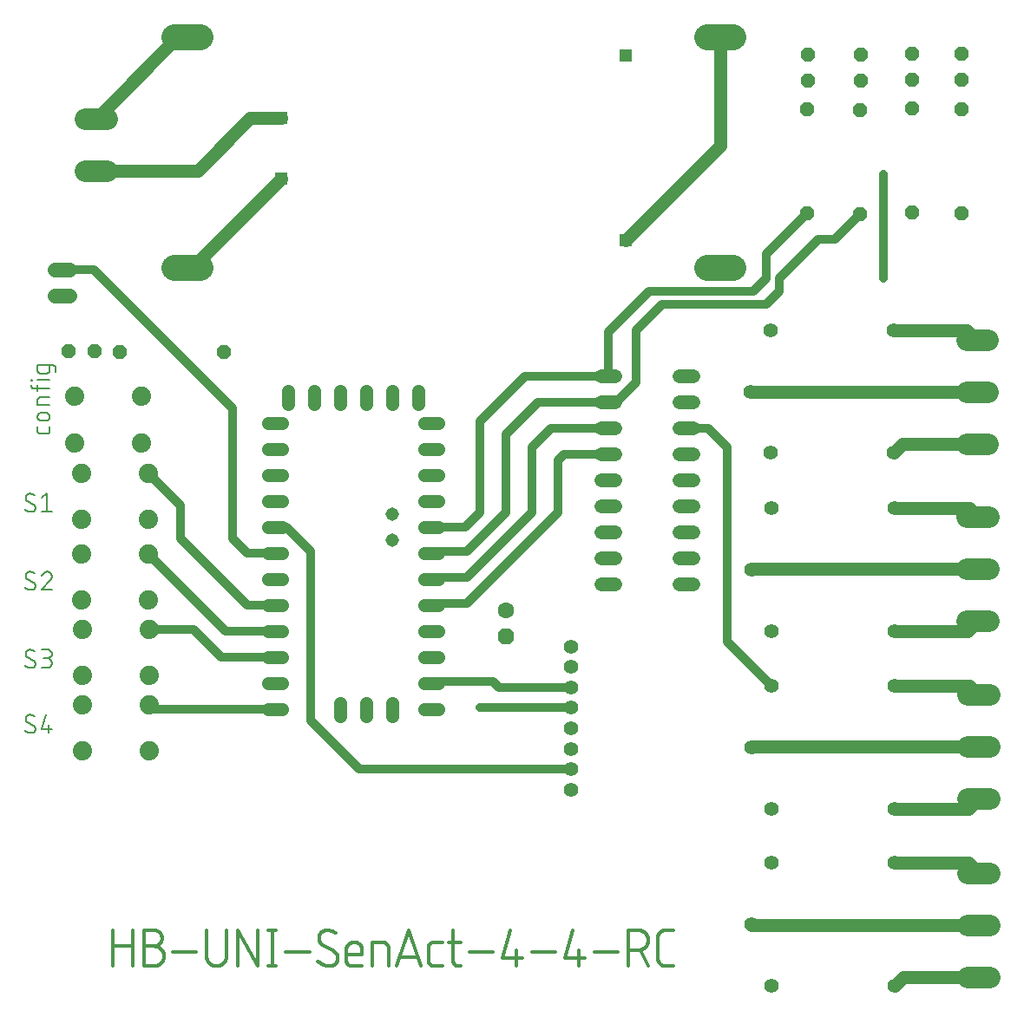
<source format=gbr>
G04 EAGLE Gerber RS-274X export*
G75*
%MOMM*%
%FSLAX34Y34*%
%LPD*%
%INTop Copper*%
%IPPOS*%
%AMOC8*
5,1,8,0,0,1.08239X$1,22.5*%
G01*
%ADD10C,0.304800*%
%ADD11C,0.152400*%
%ADD12P,1.732040X8X292.500000*%
%ADD13C,1.600200*%
%ADD14C,2.540000*%
%ADD15P,1.429621X8X292.500000*%
%ADD16P,1.429621X8X112.500000*%
%ADD17C,1.879600*%
%ADD18C,1.422400*%
%ADD19C,1.308000*%
%ADD20C,1.308000*%
%ADD21R,1.308000X1.308000*%
%ADD22C,1.320800*%
%ADD23P,1.429621X8X202.500000*%
%ADD24P,1.429621X8X22.500000*%
%ADD25C,2.095500*%
%ADD26C,1.422400*%
%ADD27C,1.408000*%
%ADD28C,0.812800*%
%ADD29C,0.756400*%
%ADD30C,1.270000*%


D10*
X99094Y65024D02*
X99094Y100076D01*
X99094Y84497D02*
X118567Y84497D01*
X118567Y100076D02*
X118567Y65024D01*
X129504Y84497D02*
X139240Y84497D01*
X139240Y84498D02*
X139477Y84495D01*
X139714Y84486D01*
X139951Y84472D01*
X140187Y84452D01*
X140423Y84426D01*
X140658Y84394D01*
X140892Y84357D01*
X141125Y84314D01*
X141357Y84265D01*
X141588Y84211D01*
X141817Y84151D01*
X142045Y84085D01*
X142271Y84014D01*
X142496Y83938D01*
X142718Y83856D01*
X142939Y83768D01*
X143157Y83675D01*
X143373Y83577D01*
X143586Y83474D01*
X143797Y83366D01*
X144005Y83252D01*
X144211Y83134D01*
X144413Y83010D01*
X144613Y82882D01*
X144809Y82748D01*
X145002Y82610D01*
X145191Y82468D01*
X145377Y82321D01*
X145559Y82169D01*
X145738Y82013D01*
X145912Y81852D01*
X146083Y81688D01*
X146250Y81519D01*
X146412Y81347D01*
X146570Y81170D01*
X146724Y80989D01*
X146874Y80805D01*
X147019Y80618D01*
X147159Y80427D01*
X147295Y80232D01*
X147425Y80034D01*
X147551Y79833D01*
X147672Y79630D01*
X147789Y79423D01*
X147900Y79213D01*
X148005Y79001D01*
X148106Y78786D01*
X148201Y78569D01*
X148291Y78350D01*
X148376Y78128D01*
X148455Y77905D01*
X148529Y77680D01*
X148598Y77452D01*
X148660Y77224D01*
X148718Y76994D01*
X148769Y76762D01*
X148815Y76530D01*
X148855Y76296D01*
X148890Y76061D01*
X148919Y75826D01*
X148942Y75590D01*
X148959Y75353D01*
X148971Y75117D01*
X148976Y74880D01*
X148976Y74642D01*
X148971Y74405D01*
X148959Y74169D01*
X148942Y73932D01*
X148919Y73696D01*
X148890Y73461D01*
X148855Y73226D01*
X148815Y72992D01*
X148769Y72760D01*
X148718Y72528D01*
X148660Y72298D01*
X148598Y72070D01*
X148529Y71842D01*
X148455Y71617D01*
X148376Y71394D01*
X148291Y71172D01*
X148201Y70953D01*
X148106Y70736D01*
X148005Y70521D01*
X147900Y70309D01*
X147789Y70099D01*
X147672Y69893D01*
X147551Y69689D01*
X147425Y69488D01*
X147295Y69290D01*
X147159Y69095D01*
X147019Y68904D01*
X146874Y68717D01*
X146724Y68533D01*
X146570Y68352D01*
X146412Y68175D01*
X146250Y68003D01*
X146083Y67834D01*
X145912Y67670D01*
X145738Y67509D01*
X145559Y67353D01*
X145377Y67201D01*
X145191Y67054D01*
X145002Y66912D01*
X144809Y66774D01*
X144613Y66640D01*
X144413Y66512D01*
X144211Y66388D01*
X144005Y66270D01*
X143797Y66156D01*
X143586Y66048D01*
X143373Y65945D01*
X143157Y65847D01*
X142939Y65754D01*
X142718Y65666D01*
X142496Y65584D01*
X142271Y65508D01*
X142045Y65437D01*
X141817Y65371D01*
X141588Y65311D01*
X141357Y65257D01*
X141125Y65208D01*
X140892Y65165D01*
X140658Y65128D01*
X140423Y65096D01*
X140187Y65070D01*
X139951Y65050D01*
X139714Y65036D01*
X139477Y65027D01*
X139240Y65024D01*
X129504Y65024D01*
X129504Y100076D01*
X139240Y100076D01*
X139430Y100074D01*
X139619Y100067D01*
X139809Y100055D01*
X139998Y100039D01*
X140186Y100018D01*
X140374Y99993D01*
X140561Y99963D01*
X140748Y99929D01*
X140934Y99890D01*
X141118Y99846D01*
X141302Y99798D01*
X141484Y99746D01*
X141665Y99689D01*
X141844Y99628D01*
X142022Y99562D01*
X142199Y99492D01*
X142373Y99418D01*
X142546Y99340D01*
X142717Y99257D01*
X142886Y99170D01*
X143052Y99079D01*
X143216Y98985D01*
X143378Y98886D01*
X143538Y98783D01*
X143695Y98676D01*
X143849Y98566D01*
X144000Y98452D01*
X144149Y98334D01*
X144295Y98213D01*
X144438Y98088D01*
X144577Y97960D01*
X144714Y97828D01*
X144847Y97693D01*
X144977Y97555D01*
X145104Y97414D01*
X145227Y97269D01*
X145347Y97122D01*
X145462Y96972D01*
X145575Y96819D01*
X145683Y96663D01*
X145788Y96505D01*
X145889Y96345D01*
X145985Y96182D01*
X146078Y96016D01*
X146167Y95848D01*
X146252Y95679D01*
X146332Y95507D01*
X146409Y95333D01*
X146481Y95158D01*
X146548Y94981D01*
X146612Y94802D01*
X146671Y94622D01*
X146726Y94440D01*
X146776Y94257D01*
X146821Y94073D01*
X146863Y93888D01*
X146899Y93702D01*
X146932Y93515D01*
X146959Y93327D01*
X146982Y93139D01*
X147001Y92950D01*
X147015Y92761D01*
X147024Y92571D01*
X147028Y92382D01*
X147028Y92192D01*
X147024Y92003D01*
X147015Y91813D01*
X147001Y91624D01*
X146982Y91435D01*
X146959Y91247D01*
X146932Y91059D01*
X146899Y90872D01*
X146863Y90686D01*
X146821Y90501D01*
X146776Y90317D01*
X146726Y90134D01*
X146671Y89952D01*
X146612Y89772D01*
X146548Y89593D01*
X146481Y89416D01*
X146409Y89241D01*
X146332Y89067D01*
X146252Y88895D01*
X146167Y88726D01*
X146078Y88558D01*
X145985Y88393D01*
X145889Y88229D01*
X145788Y88069D01*
X145683Y87911D01*
X145575Y87755D01*
X145462Y87602D01*
X145347Y87452D01*
X145227Y87305D01*
X145104Y87160D01*
X144977Y87019D01*
X144847Y86881D01*
X144714Y86746D01*
X144577Y86614D01*
X144438Y86486D01*
X144295Y86361D01*
X144149Y86240D01*
X144000Y86122D01*
X143849Y86008D01*
X143695Y85898D01*
X143538Y85791D01*
X143378Y85688D01*
X143216Y85589D01*
X143052Y85495D01*
X142886Y85404D01*
X142717Y85317D01*
X142546Y85234D01*
X142373Y85156D01*
X142199Y85082D01*
X142022Y85012D01*
X141844Y84946D01*
X141665Y84885D01*
X141484Y84828D01*
X141302Y84776D01*
X141118Y84728D01*
X140934Y84684D01*
X140748Y84645D01*
X140561Y84611D01*
X140374Y84581D01*
X140186Y84556D01*
X139998Y84535D01*
X139809Y84519D01*
X139619Y84507D01*
X139430Y84500D01*
X139240Y84498D01*
X157154Y78655D02*
X180522Y78655D01*
X190534Y74761D02*
X190534Y100076D01*
X190534Y74761D02*
X190537Y74524D01*
X190546Y74287D01*
X190560Y74050D01*
X190580Y73814D01*
X190606Y73578D01*
X190638Y73343D01*
X190675Y73109D01*
X190718Y72876D01*
X190767Y72644D01*
X190821Y72413D01*
X190881Y72184D01*
X190947Y71956D01*
X191018Y71730D01*
X191094Y71505D01*
X191176Y71283D01*
X191264Y71062D01*
X191357Y70844D01*
X191455Y70628D01*
X191558Y70415D01*
X191666Y70204D01*
X191780Y69996D01*
X191898Y69790D01*
X192022Y69588D01*
X192150Y69388D01*
X192284Y69192D01*
X192422Y68999D01*
X192564Y68810D01*
X192711Y68624D01*
X192863Y68442D01*
X193019Y68263D01*
X193180Y68089D01*
X193344Y67918D01*
X193513Y67751D01*
X193685Y67589D01*
X193862Y67431D01*
X194043Y67277D01*
X194227Y67127D01*
X194414Y66982D01*
X194605Y66842D01*
X194800Y66706D01*
X194998Y66576D01*
X195199Y66450D01*
X195403Y66329D01*
X195609Y66212D01*
X195819Y66101D01*
X196031Y65996D01*
X196246Y65895D01*
X196463Y65800D01*
X196682Y65710D01*
X196904Y65625D01*
X197127Y65546D01*
X197352Y65472D01*
X197580Y65403D01*
X197808Y65341D01*
X198038Y65283D01*
X198270Y65232D01*
X198502Y65186D01*
X198736Y65146D01*
X198971Y65111D01*
X199206Y65082D01*
X199442Y65059D01*
X199679Y65042D01*
X199915Y65030D01*
X200152Y65025D01*
X200390Y65025D01*
X200627Y65030D01*
X200863Y65042D01*
X201100Y65059D01*
X201336Y65082D01*
X201571Y65111D01*
X201806Y65146D01*
X202040Y65186D01*
X202272Y65232D01*
X202504Y65283D01*
X202734Y65341D01*
X202962Y65403D01*
X203190Y65472D01*
X203415Y65546D01*
X203638Y65625D01*
X203860Y65710D01*
X204079Y65800D01*
X204296Y65895D01*
X204511Y65996D01*
X204723Y66101D01*
X204933Y66212D01*
X205140Y66329D01*
X205343Y66450D01*
X205544Y66576D01*
X205742Y66706D01*
X205937Y66842D01*
X206128Y66982D01*
X206315Y67127D01*
X206499Y67277D01*
X206680Y67431D01*
X206857Y67589D01*
X207029Y67751D01*
X207198Y67918D01*
X207362Y68089D01*
X207523Y68263D01*
X207679Y68442D01*
X207831Y68624D01*
X207978Y68810D01*
X208120Y68999D01*
X208258Y69192D01*
X208392Y69388D01*
X208520Y69588D01*
X208644Y69790D01*
X208762Y69996D01*
X208876Y70204D01*
X208984Y70415D01*
X209087Y70628D01*
X209185Y70844D01*
X209278Y71062D01*
X209366Y71283D01*
X209448Y71505D01*
X209524Y71730D01*
X209595Y71956D01*
X209661Y72184D01*
X209721Y72413D01*
X209775Y72644D01*
X209824Y72876D01*
X209867Y73109D01*
X209904Y73343D01*
X209936Y73578D01*
X209962Y73814D01*
X209982Y74050D01*
X209996Y74287D01*
X210005Y74524D01*
X210008Y74761D01*
X210007Y74761D02*
X210007Y100076D01*
X221014Y100076D02*
X221014Y65024D01*
X240487Y65024D02*
X221014Y100076D01*
X240487Y100076D02*
X240487Y65024D01*
X254563Y65024D02*
X254563Y100076D01*
X250669Y65024D02*
X258458Y65024D01*
X258458Y100076D02*
X250669Y100076D01*
X267644Y78655D02*
X291012Y78655D01*
X310803Y65024D02*
X310991Y65026D01*
X311179Y65033D01*
X311367Y65044D01*
X311555Y65060D01*
X311742Y65081D01*
X311928Y65106D01*
X312114Y65135D01*
X312299Y65169D01*
X312484Y65208D01*
X312667Y65250D01*
X312849Y65298D01*
X313030Y65349D01*
X313210Y65405D01*
X313388Y65466D01*
X313565Y65530D01*
X313740Y65599D01*
X313914Y65672D01*
X314085Y65749D01*
X314255Y65831D01*
X314423Y65916D01*
X314588Y66006D01*
X314752Y66099D01*
X314913Y66196D01*
X315071Y66298D01*
X315228Y66403D01*
X315381Y66512D01*
X315532Y66624D01*
X315680Y66740D01*
X315826Y66860D01*
X315968Y66983D01*
X316107Y67109D01*
X316244Y67239D01*
X316377Y67372D01*
X316507Y67509D01*
X316633Y67648D01*
X316756Y67790D01*
X316876Y67936D01*
X316992Y68084D01*
X317104Y68235D01*
X317213Y68388D01*
X317318Y68545D01*
X317420Y68703D01*
X317517Y68864D01*
X317610Y69028D01*
X317700Y69193D01*
X317785Y69361D01*
X317867Y69531D01*
X317944Y69702D01*
X318017Y69876D01*
X318086Y70051D01*
X318150Y70228D01*
X318211Y70406D01*
X318267Y70586D01*
X318318Y70767D01*
X318366Y70949D01*
X318408Y71132D01*
X318447Y71317D01*
X318481Y71502D01*
X318510Y71688D01*
X318535Y71874D01*
X318556Y72061D01*
X318572Y72249D01*
X318583Y72437D01*
X318590Y72625D01*
X318592Y72813D01*
X310803Y65024D02*
X310409Y65029D01*
X310016Y65043D01*
X309623Y65066D01*
X309231Y65099D01*
X308839Y65142D01*
X308449Y65193D01*
X308060Y65254D01*
X307672Y65325D01*
X307287Y65404D01*
X306903Y65493D01*
X306522Y65591D01*
X306143Y65698D01*
X305767Y65814D01*
X305394Y65939D01*
X305023Y66072D01*
X304656Y66215D01*
X304293Y66367D01*
X303933Y66527D01*
X303577Y66695D01*
X303226Y66872D01*
X302879Y67058D01*
X302536Y67252D01*
X302198Y67453D01*
X301865Y67663D01*
X301537Y67881D01*
X301214Y68107D01*
X300897Y68340D01*
X300585Y68581D01*
X300280Y68829D01*
X299980Y69084D01*
X299687Y69347D01*
X299400Y69616D01*
X299119Y69892D01*
X300093Y92287D02*
X300095Y92475D01*
X300102Y92663D01*
X300113Y92851D01*
X300129Y93039D01*
X300150Y93226D01*
X300175Y93412D01*
X300204Y93598D01*
X300238Y93783D01*
X300277Y93968D01*
X300319Y94151D01*
X300367Y94333D01*
X300418Y94514D01*
X300474Y94694D01*
X300535Y94872D01*
X300599Y95049D01*
X300668Y95224D01*
X300741Y95398D01*
X300818Y95569D01*
X300900Y95739D01*
X300985Y95907D01*
X301075Y96072D01*
X301168Y96236D01*
X301266Y96397D01*
X301367Y96555D01*
X301472Y96712D01*
X301581Y96865D01*
X301693Y97016D01*
X301809Y97164D01*
X301929Y97310D01*
X302052Y97452D01*
X302178Y97591D01*
X302308Y97728D01*
X302441Y97861D01*
X302578Y97991D01*
X302717Y98117D01*
X302859Y98240D01*
X303005Y98360D01*
X303153Y98476D01*
X303304Y98588D01*
X303457Y98697D01*
X303614Y98802D01*
X303772Y98904D01*
X303933Y99001D01*
X304097Y99094D01*
X304262Y99184D01*
X304430Y99269D01*
X304600Y99351D01*
X304771Y99428D01*
X304945Y99501D01*
X305120Y99570D01*
X305297Y99634D01*
X305475Y99695D01*
X305655Y99751D01*
X305836Y99802D01*
X306018Y99850D01*
X306201Y99893D01*
X306386Y99931D01*
X306571Y99965D01*
X306757Y99994D01*
X306943Y100019D01*
X307130Y100040D01*
X307318Y100056D01*
X307506Y100067D01*
X307694Y100074D01*
X307882Y100076D01*
X308230Y100072D01*
X308578Y100059D01*
X308925Y100039D01*
X309272Y100010D01*
X309618Y99972D01*
X309963Y99927D01*
X310307Y99873D01*
X310650Y99811D01*
X310991Y99741D01*
X311330Y99663D01*
X311667Y99577D01*
X312002Y99483D01*
X312335Y99381D01*
X312665Y99271D01*
X312993Y99153D01*
X313317Y99027D01*
X313639Y98894D01*
X313957Y98753D01*
X314272Y98604D01*
X314583Y98448D01*
X314890Y98285D01*
X315194Y98114D01*
X315493Y97936D01*
X315788Y97751D01*
X316078Y97559D01*
X316364Y97361D01*
X316645Y97155D01*
X303988Y85471D02*
X303824Y85570D01*
X303663Y85673D01*
X303505Y85780D01*
X303349Y85890D01*
X303196Y86005D01*
X303046Y86123D01*
X302898Y86244D01*
X302754Y86369D01*
X302613Y86498D01*
X302474Y86630D01*
X302339Y86765D01*
X302208Y86903D01*
X302079Y87045D01*
X301955Y87189D01*
X301833Y87337D01*
X301716Y87487D01*
X301601Y87640D01*
X301491Y87796D01*
X301385Y87955D01*
X301282Y88116D01*
X301183Y88279D01*
X301088Y88445D01*
X300998Y88613D01*
X300911Y88784D01*
X300829Y88956D01*
X300750Y89130D01*
X300676Y89306D01*
X300606Y89484D01*
X300541Y89663D01*
X300480Y89844D01*
X300423Y90027D01*
X300370Y90210D01*
X300323Y90395D01*
X300279Y90581D01*
X300240Y90768D01*
X300206Y90956D01*
X300176Y91145D01*
X300151Y91334D01*
X300130Y91524D01*
X300114Y91714D01*
X300102Y91905D01*
X300095Y92096D01*
X300093Y92287D01*
X314697Y79629D02*
X314861Y79530D01*
X315022Y79427D01*
X315180Y79320D01*
X315336Y79210D01*
X315489Y79095D01*
X315639Y78977D01*
X315787Y78856D01*
X315931Y78731D01*
X316072Y78602D01*
X316211Y78470D01*
X316346Y78335D01*
X316477Y78197D01*
X316606Y78055D01*
X316730Y77911D01*
X316852Y77763D01*
X316969Y77613D01*
X317084Y77460D01*
X317194Y77304D01*
X317300Y77145D01*
X317403Y76984D01*
X317502Y76821D01*
X317597Y76655D01*
X317687Y76487D01*
X317774Y76316D01*
X317856Y76144D01*
X317935Y75970D01*
X318009Y75794D01*
X318079Y75616D01*
X318144Y75437D01*
X318205Y75256D01*
X318262Y75073D01*
X318315Y74890D01*
X318362Y74705D01*
X318406Y74519D01*
X318445Y74332D01*
X318479Y74144D01*
X318509Y73955D01*
X318534Y73766D01*
X318555Y73576D01*
X318571Y73386D01*
X318583Y73195D01*
X318590Y73004D01*
X318592Y72813D01*
X314698Y79629D02*
X303987Y85471D01*
X332626Y65024D02*
X342363Y65024D01*
X332626Y65024D02*
X332476Y65026D01*
X332325Y65032D01*
X332175Y65041D01*
X332025Y65055D01*
X331876Y65072D01*
X331727Y65094D01*
X331579Y65119D01*
X331431Y65148D01*
X331284Y65180D01*
X331138Y65217D01*
X330993Y65257D01*
X330849Y65301D01*
X330707Y65348D01*
X330565Y65400D01*
X330425Y65454D01*
X330287Y65513D01*
X330149Y65575D01*
X330014Y65640D01*
X329880Y65709D01*
X329749Y65782D01*
X329619Y65858D01*
X329491Y65937D01*
X329365Y66019D01*
X329241Y66105D01*
X329120Y66193D01*
X329000Y66285D01*
X328884Y66380D01*
X328769Y66478D01*
X328658Y66579D01*
X328549Y66682D01*
X328442Y66789D01*
X328339Y66898D01*
X328238Y67009D01*
X328140Y67124D01*
X328045Y67240D01*
X327953Y67360D01*
X327865Y67481D01*
X327779Y67605D01*
X327697Y67731D01*
X327618Y67859D01*
X327542Y67989D01*
X327469Y68120D01*
X327400Y68254D01*
X327335Y68389D01*
X327273Y68527D01*
X327214Y68665D01*
X327160Y68805D01*
X327108Y68947D01*
X327061Y69089D01*
X327017Y69233D01*
X326977Y69378D01*
X326940Y69524D01*
X326908Y69671D01*
X326879Y69819D01*
X326854Y69967D01*
X326832Y70116D01*
X326815Y70265D01*
X326801Y70415D01*
X326792Y70565D01*
X326786Y70716D01*
X326784Y70866D01*
X326784Y80603D01*
X326786Y80793D01*
X326793Y80982D01*
X326805Y81172D01*
X326821Y81361D01*
X326842Y81549D01*
X326867Y81737D01*
X326897Y81924D01*
X326931Y82111D01*
X326970Y82297D01*
X327014Y82481D01*
X327062Y82665D01*
X327114Y82847D01*
X327171Y83028D01*
X327232Y83207D01*
X327298Y83385D01*
X327368Y83562D01*
X327442Y83736D01*
X327520Y83909D01*
X327603Y84080D01*
X327690Y84249D01*
X327781Y84415D01*
X327875Y84579D01*
X327974Y84741D01*
X328077Y84901D01*
X328184Y85058D01*
X328294Y85212D01*
X328408Y85363D01*
X328526Y85512D01*
X328647Y85658D01*
X328772Y85801D01*
X328900Y85940D01*
X329032Y86077D01*
X329167Y86210D01*
X329305Y86340D01*
X329446Y86467D01*
X329591Y86590D01*
X329738Y86710D01*
X329888Y86825D01*
X330041Y86938D01*
X330197Y87046D01*
X330355Y87151D01*
X330515Y87252D01*
X330679Y87348D01*
X330844Y87441D01*
X331012Y87530D01*
X331181Y87615D01*
X331353Y87695D01*
X331527Y87772D01*
X331702Y87844D01*
X331879Y87911D01*
X332058Y87975D01*
X332238Y88034D01*
X332420Y88089D01*
X332603Y88139D01*
X332787Y88184D01*
X332972Y88226D01*
X333158Y88262D01*
X333345Y88295D01*
X333533Y88322D01*
X333721Y88345D01*
X333910Y88364D01*
X334099Y88378D01*
X334289Y88387D01*
X334478Y88391D01*
X334668Y88391D01*
X334857Y88387D01*
X335047Y88378D01*
X335236Y88364D01*
X335425Y88345D01*
X335613Y88322D01*
X335801Y88295D01*
X335988Y88262D01*
X336174Y88226D01*
X336359Y88184D01*
X336543Y88139D01*
X336726Y88089D01*
X336908Y88034D01*
X337088Y87975D01*
X337267Y87911D01*
X337444Y87844D01*
X337619Y87772D01*
X337793Y87695D01*
X337965Y87615D01*
X338134Y87530D01*
X338302Y87441D01*
X338468Y87348D01*
X338631Y87252D01*
X338791Y87151D01*
X338949Y87046D01*
X339105Y86938D01*
X339258Y86825D01*
X339408Y86710D01*
X339555Y86590D01*
X339700Y86467D01*
X339841Y86340D01*
X339979Y86210D01*
X340114Y86077D01*
X340246Y85940D01*
X340374Y85801D01*
X340499Y85658D01*
X340620Y85512D01*
X340738Y85363D01*
X340852Y85212D01*
X340962Y85058D01*
X341069Y84901D01*
X341172Y84741D01*
X341271Y84579D01*
X341365Y84415D01*
X341456Y84249D01*
X341543Y84080D01*
X341626Y83909D01*
X341704Y83736D01*
X341778Y83562D01*
X341848Y83385D01*
X341914Y83207D01*
X341975Y83028D01*
X342032Y82847D01*
X342084Y82665D01*
X342132Y82481D01*
X342176Y82297D01*
X342215Y82111D01*
X342249Y81924D01*
X342279Y81737D01*
X342304Y81549D01*
X342325Y81361D01*
X342341Y81172D01*
X342353Y80982D01*
X342360Y80793D01*
X342362Y80603D01*
X342363Y80603D02*
X342363Y76708D01*
X326784Y76708D01*
X352501Y65024D02*
X352501Y88392D01*
X362238Y88392D01*
X362388Y88390D01*
X362539Y88384D01*
X362689Y88375D01*
X362839Y88361D01*
X362988Y88344D01*
X363137Y88322D01*
X363285Y88297D01*
X363433Y88268D01*
X363580Y88236D01*
X363726Y88199D01*
X363871Y88159D01*
X364015Y88115D01*
X364157Y88068D01*
X364299Y88016D01*
X364439Y87962D01*
X364577Y87903D01*
X364715Y87841D01*
X364850Y87776D01*
X364984Y87707D01*
X365115Y87634D01*
X365245Y87558D01*
X365373Y87479D01*
X365499Y87397D01*
X365623Y87311D01*
X365744Y87223D01*
X365864Y87131D01*
X365980Y87036D01*
X366095Y86938D01*
X366206Y86837D01*
X366315Y86734D01*
X366422Y86627D01*
X366525Y86518D01*
X366626Y86407D01*
X366724Y86292D01*
X366819Y86176D01*
X366911Y86056D01*
X366999Y85935D01*
X367085Y85811D01*
X367167Y85685D01*
X367246Y85557D01*
X367322Y85427D01*
X367395Y85296D01*
X367464Y85162D01*
X367529Y85027D01*
X367591Y84889D01*
X367650Y84751D01*
X367704Y84611D01*
X367756Y84469D01*
X367803Y84327D01*
X367847Y84183D01*
X367887Y84038D01*
X367924Y83892D01*
X367956Y83745D01*
X367985Y83597D01*
X368010Y83449D01*
X368032Y83300D01*
X368049Y83151D01*
X368063Y83001D01*
X368072Y82851D01*
X368078Y82700D01*
X368080Y82550D01*
X368080Y65024D01*
X376229Y65024D02*
X387913Y100076D01*
X399597Y65024D01*
X396676Y73787D02*
X379150Y73787D01*
X412627Y65024D02*
X420417Y65024D01*
X412627Y65024D02*
X412477Y65026D01*
X412326Y65032D01*
X412176Y65041D01*
X412026Y65055D01*
X411877Y65072D01*
X411728Y65094D01*
X411580Y65119D01*
X411432Y65148D01*
X411285Y65180D01*
X411139Y65217D01*
X410994Y65257D01*
X410850Y65301D01*
X410708Y65348D01*
X410566Y65400D01*
X410426Y65454D01*
X410288Y65513D01*
X410150Y65575D01*
X410015Y65640D01*
X409881Y65709D01*
X409750Y65782D01*
X409620Y65858D01*
X409492Y65937D01*
X409366Y66019D01*
X409242Y66105D01*
X409121Y66193D01*
X409001Y66285D01*
X408885Y66380D01*
X408770Y66478D01*
X408659Y66579D01*
X408550Y66682D01*
X408443Y66789D01*
X408340Y66898D01*
X408239Y67009D01*
X408141Y67124D01*
X408046Y67240D01*
X407954Y67360D01*
X407866Y67481D01*
X407780Y67605D01*
X407698Y67731D01*
X407619Y67859D01*
X407543Y67989D01*
X407470Y68120D01*
X407401Y68254D01*
X407336Y68389D01*
X407274Y68527D01*
X407215Y68665D01*
X407161Y68805D01*
X407109Y68947D01*
X407062Y69089D01*
X407018Y69233D01*
X406978Y69378D01*
X406941Y69524D01*
X406909Y69671D01*
X406880Y69819D01*
X406855Y69967D01*
X406833Y70116D01*
X406816Y70265D01*
X406802Y70415D01*
X406793Y70565D01*
X406787Y70716D01*
X406785Y70866D01*
X406785Y82550D01*
X406787Y82700D01*
X406793Y82851D01*
X406802Y83001D01*
X406816Y83151D01*
X406833Y83300D01*
X406855Y83449D01*
X406880Y83597D01*
X406909Y83745D01*
X406941Y83892D01*
X406978Y84038D01*
X407018Y84183D01*
X407062Y84327D01*
X407109Y84469D01*
X407161Y84611D01*
X407215Y84751D01*
X407274Y84889D01*
X407336Y85027D01*
X407401Y85162D01*
X407470Y85296D01*
X407543Y85427D01*
X407619Y85557D01*
X407698Y85685D01*
X407780Y85811D01*
X407866Y85935D01*
X407954Y86056D01*
X408046Y86176D01*
X408141Y86292D01*
X408239Y86407D01*
X408340Y86518D01*
X408443Y86627D01*
X408550Y86734D01*
X408659Y86837D01*
X408770Y86938D01*
X408885Y87036D01*
X409001Y87131D01*
X409121Y87223D01*
X409242Y87311D01*
X409366Y87397D01*
X409492Y87479D01*
X409620Y87558D01*
X409750Y87634D01*
X409881Y87707D01*
X410015Y87776D01*
X410150Y87841D01*
X410288Y87903D01*
X410426Y87962D01*
X410566Y88016D01*
X410708Y88068D01*
X410850Y88115D01*
X410994Y88159D01*
X411139Y88199D01*
X411285Y88236D01*
X411432Y88268D01*
X411580Y88297D01*
X411728Y88322D01*
X411877Y88344D01*
X412026Y88361D01*
X412176Y88375D01*
X412326Y88384D01*
X412477Y88390D01*
X412627Y88392D01*
X420417Y88392D01*
X426881Y88392D02*
X438565Y88392D01*
X430776Y100076D02*
X430776Y70866D01*
X430778Y70716D01*
X430784Y70565D01*
X430793Y70415D01*
X430807Y70265D01*
X430824Y70116D01*
X430846Y69967D01*
X430871Y69819D01*
X430900Y69671D01*
X430932Y69524D01*
X430969Y69378D01*
X431009Y69233D01*
X431053Y69089D01*
X431100Y68947D01*
X431152Y68805D01*
X431206Y68665D01*
X431265Y68527D01*
X431327Y68389D01*
X431392Y68254D01*
X431461Y68120D01*
X431534Y67989D01*
X431610Y67859D01*
X431689Y67731D01*
X431771Y67605D01*
X431857Y67481D01*
X431945Y67360D01*
X432037Y67240D01*
X432132Y67124D01*
X432230Y67009D01*
X432331Y66898D01*
X432434Y66789D01*
X432541Y66682D01*
X432650Y66579D01*
X432761Y66478D01*
X432876Y66380D01*
X432992Y66285D01*
X433112Y66193D01*
X433233Y66105D01*
X433357Y66019D01*
X433483Y65937D01*
X433611Y65858D01*
X433741Y65782D01*
X433872Y65709D01*
X434006Y65640D01*
X434141Y65575D01*
X434279Y65513D01*
X434417Y65454D01*
X434557Y65400D01*
X434699Y65348D01*
X434841Y65301D01*
X434985Y65257D01*
X435130Y65217D01*
X435276Y65180D01*
X435423Y65148D01*
X435571Y65119D01*
X435719Y65094D01*
X435868Y65072D01*
X436017Y65055D01*
X436167Y65041D01*
X436317Y65032D01*
X436468Y65026D01*
X436618Y65024D01*
X438565Y65024D01*
X446714Y78655D02*
X470082Y78655D01*
X479141Y72813D02*
X486931Y100076D01*
X479141Y72813D02*
X498615Y72813D01*
X492773Y65024D02*
X492773Y80603D01*
X507674Y78655D02*
X531042Y78655D01*
X540101Y72813D02*
X547891Y100076D01*
X540101Y72813D02*
X559575Y72813D01*
X553733Y65024D02*
X553733Y80603D01*
X568634Y78655D02*
X592002Y78655D01*
X601984Y65024D02*
X601984Y100076D01*
X611720Y100076D01*
X611957Y100073D01*
X612194Y100064D01*
X612431Y100050D01*
X612667Y100030D01*
X612903Y100004D01*
X613138Y99972D01*
X613372Y99935D01*
X613605Y99892D01*
X613837Y99843D01*
X614068Y99789D01*
X614297Y99729D01*
X614525Y99663D01*
X614751Y99592D01*
X614976Y99516D01*
X615198Y99434D01*
X615419Y99346D01*
X615637Y99253D01*
X615853Y99155D01*
X616066Y99052D01*
X616277Y98944D01*
X616485Y98830D01*
X616691Y98712D01*
X616893Y98588D01*
X617093Y98460D01*
X617289Y98326D01*
X617482Y98188D01*
X617671Y98046D01*
X617857Y97899D01*
X618039Y97747D01*
X618218Y97591D01*
X618392Y97430D01*
X618563Y97266D01*
X618730Y97097D01*
X618892Y96925D01*
X619050Y96748D01*
X619204Y96567D01*
X619354Y96383D01*
X619499Y96196D01*
X619639Y96005D01*
X619775Y95810D01*
X619905Y95612D01*
X620031Y95411D01*
X620152Y95208D01*
X620269Y95001D01*
X620380Y94791D01*
X620485Y94579D01*
X620586Y94364D01*
X620681Y94147D01*
X620771Y93928D01*
X620856Y93706D01*
X620935Y93483D01*
X621009Y93258D01*
X621078Y93030D01*
X621140Y92802D01*
X621198Y92572D01*
X621249Y92340D01*
X621295Y92108D01*
X621335Y91874D01*
X621370Y91639D01*
X621399Y91404D01*
X621422Y91168D01*
X621439Y90931D01*
X621451Y90695D01*
X621456Y90458D01*
X621456Y90220D01*
X621451Y89983D01*
X621439Y89747D01*
X621422Y89510D01*
X621399Y89274D01*
X621370Y89039D01*
X621335Y88804D01*
X621295Y88570D01*
X621249Y88338D01*
X621198Y88106D01*
X621140Y87876D01*
X621078Y87648D01*
X621009Y87420D01*
X620935Y87195D01*
X620856Y86972D01*
X620771Y86750D01*
X620681Y86531D01*
X620586Y86314D01*
X620485Y86099D01*
X620380Y85887D01*
X620269Y85677D01*
X620152Y85471D01*
X620031Y85267D01*
X619905Y85066D01*
X619775Y84868D01*
X619639Y84673D01*
X619499Y84482D01*
X619354Y84295D01*
X619204Y84111D01*
X619050Y83930D01*
X618892Y83753D01*
X618730Y83581D01*
X618563Y83412D01*
X618392Y83248D01*
X618218Y83087D01*
X618039Y82931D01*
X617857Y82779D01*
X617671Y82632D01*
X617482Y82490D01*
X617289Y82352D01*
X617093Y82218D01*
X616893Y82090D01*
X616691Y81966D01*
X616485Y81848D01*
X616277Y81734D01*
X616066Y81626D01*
X615853Y81523D01*
X615637Y81425D01*
X615419Y81332D01*
X615198Y81244D01*
X614976Y81162D01*
X614751Y81086D01*
X614525Y81015D01*
X614297Y80949D01*
X614068Y80889D01*
X613837Y80835D01*
X613605Y80786D01*
X613372Y80743D01*
X613138Y80706D01*
X612903Y80674D01*
X612667Y80648D01*
X612431Y80628D01*
X612194Y80614D01*
X611957Y80605D01*
X611720Y80602D01*
X611720Y80603D02*
X601984Y80603D01*
X613668Y80603D02*
X621457Y65024D01*
X638387Y65024D02*
X646176Y65024D01*
X638387Y65024D02*
X638199Y65026D01*
X638011Y65033D01*
X637823Y65044D01*
X637635Y65060D01*
X637448Y65081D01*
X637262Y65106D01*
X637076Y65135D01*
X636891Y65169D01*
X636706Y65208D01*
X636523Y65250D01*
X636341Y65298D01*
X636160Y65349D01*
X635980Y65405D01*
X635802Y65466D01*
X635625Y65530D01*
X635450Y65599D01*
X635276Y65672D01*
X635105Y65749D01*
X634935Y65831D01*
X634767Y65916D01*
X634602Y66006D01*
X634438Y66099D01*
X634277Y66196D01*
X634119Y66298D01*
X633962Y66403D01*
X633809Y66512D01*
X633658Y66624D01*
X633510Y66740D01*
X633364Y66860D01*
X633222Y66983D01*
X633083Y67109D01*
X632946Y67239D01*
X632813Y67372D01*
X632683Y67509D01*
X632557Y67648D01*
X632434Y67790D01*
X632314Y67936D01*
X632198Y68084D01*
X632086Y68235D01*
X631977Y68388D01*
X631872Y68545D01*
X631770Y68703D01*
X631673Y68864D01*
X631580Y69028D01*
X631490Y69193D01*
X631405Y69361D01*
X631323Y69531D01*
X631246Y69702D01*
X631173Y69876D01*
X631104Y70051D01*
X631040Y70228D01*
X630979Y70406D01*
X630923Y70586D01*
X630872Y70767D01*
X630824Y70949D01*
X630782Y71132D01*
X630743Y71317D01*
X630709Y71502D01*
X630680Y71688D01*
X630655Y71874D01*
X630634Y72061D01*
X630618Y72249D01*
X630607Y72437D01*
X630600Y72625D01*
X630598Y72813D01*
X630597Y72813D02*
X630597Y92287D01*
X630598Y92287D02*
X630600Y92478D01*
X630607Y92669D01*
X630619Y92860D01*
X630636Y93050D01*
X630657Y93240D01*
X630682Y93430D01*
X630713Y93619D01*
X630748Y93807D01*
X630787Y93994D01*
X630831Y94180D01*
X630880Y94364D01*
X630933Y94548D01*
X630991Y94730D01*
X631053Y94911D01*
X631120Y95090D01*
X631191Y95268D01*
X631266Y95443D01*
X631346Y95617D01*
X631430Y95789D01*
X631518Y95959D01*
X631610Y96126D01*
X631706Y96291D01*
X631806Y96454D01*
X631911Y96614D01*
X632019Y96772D01*
X632131Y96927D01*
X632247Y97079D01*
X632366Y97228D01*
X632489Y97375D01*
X632616Y97518D01*
X632746Y97658D01*
X632879Y97795D01*
X633016Y97928D01*
X633156Y98058D01*
X633299Y98185D01*
X633446Y98308D01*
X633595Y98427D01*
X633747Y98543D01*
X633902Y98655D01*
X634060Y98763D01*
X634220Y98868D01*
X634383Y98968D01*
X634548Y99064D01*
X634715Y99156D01*
X634885Y99244D01*
X635057Y99328D01*
X635231Y99408D01*
X635406Y99483D01*
X635584Y99554D01*
X635763Y99621D01*
X635944Y99683D01*
X636126Y99741D01*
X636310Y99794D01*
X636494Y99843D01*
X636680Y99887D01*
X636867Y99926D01*
X637055Y99961D01*
X637244Y99992D01*
X637434Y100017D01*
X637624Y100038D01*
X637814Y100055D01*
X638005Y100067D01*
X638196Y100074D01*
X638387Y100076D01*
X646176Y100076D01*
D11*
X23340Y512713D02*
X23338Y512589D01*
X23332Y512465D01*
X23322Y512341D01*
X23309Y512218D01*
X23291Y512095D01*
X23270Y511973D01*
X23245Y511851D01*
X23216Y511730D01*
X23183Y511611D01*
X23147Y511492D01*
X23106Y511375D01*
X23063Y511259D01*
X23015Y511144D01*
X22964Y511031D01*
X22909Y510919D01*
X22851Y510810D01*
X22790Y510702D01*
X22725Y510596D01*
X22657Y510492D01*
X22585Y510391D01*
X22511Y510291D01*
X22433Y510195D01*
X22353Y510100D01*
X22269Y510008D01*
X22183Y509919D01*
X22094Y509833D01*
X22002Y509749D01*
X21907Y509669D01*
X21811Y509591D01*
X21711Y509517D01*
X21610Y509445D01*
X21506Y509377D01*
X21400Y509312D01*
X21292Y509251D01*
X21183Y509193D01*
X21071Y509138D01*
X20958Y509087D01*
X20843Y509039D01*
X20727Y508996D01*
X20610Y508955D01*
X20491Y508919D01*
X20372Y508886D01*
X20251Y508857D01*
X20129Y508832D01*
X20007Y508811D01*
X19884Y508793D01*
X19761Y508780D01*
X19637Y508770D01*
X19513Y508764D01*
X19389Y508762D01*
X19189Y508764D01*
X18990Y508772D01*
X18790Y508783D01*
X18591Y508800D01*
X18393Y508822D01*
X18195Y508848D01*
X17998Y508879D01*
X17801Y508914D01*
X17605Y508955D01*
X17411Y509000D01*
X17217Y509049D01*
X17025Y509104D01*
X16834Y509163D01*
X16645Y509226D01*
X16457Y509294D01*
X16271Y509366D01*
X16087Y509443D01*
X15904Y509524D01*
X15724Y509610D01*
X15545Y509700D01*
X15369Y509794D01*
X15195Y509892D01*
X15024Y509994D01*
X14855Y510101D01*
X14689Y510211D01*
X14525Y510326D01*
X14364Y510444D01*
X14206Y510566D01*
X14051Y510692D01*
X13899Y510822D01*
X13750Y510955D01*
X13604Y511091D01*
X13462Y511232D01*
X13956Y522591D02*
X13958Y522715D01*
X13964Y522839D01*
X13974Y522963D01*
X13987Y523086D01*
X14005Y523209D01*
X14026Y523331D01*
X14051Y523453D01*
X14080Y523574D01*
X14113Y523693D01*
X14149Y523812D01*
X14190Y523929D01*
X14233Y524045D01*
X14281Y524160D01*
X14332Y524273D01*
X14387Y524385D01*
X14445Y524494D01*
X14506Y524602D01*
X14571Y524708D01*
X14639Y524812D01*
X14711Y524913D01*
X14785Y525013D01*
X14863Y525109D01*
X14943Y525204D01*
X15027Y525296D01*
X15113Y525385D01*
X15202Y525471D01*
X15294Y525555D01*
X15389Y525635D01*
X15485Y525713D01*
X15585Y525787D01*
X15686Y525859D01*
X15790Y525927D01*
X15896Y525992D01*
X16004Y526053D01*
X16113Y526111D01*
X16225Y526166D01*
X16338Y526217D01*
X16453Y526265D01*
X16569Y526308D01*
X16686Y526349D01*
X16805Y526385D01*
X16924Y526418D01*
X17045Y526447D01*
X17167Y526472D01*
X17289Y526493D01*
X17412Y526511D01*
X17535Y526524D01*
X17659Y526534D01*
X17783Y526540D01*
X17907Y526542D01*
X18084Y526540D01*
X18260Y526534D01*
X18436Y526523D01*
X18612Y526508D01*
X18788Y526489D01*
X18963Y526466D01*
X19137Y526439D01*
X19311Y526408D01*
X19484Y526372D01*
X19656Y526333D01*
X19827Y526289D01*
X19997Y526241D01*
X20166Y526189D01*
X20333Y526133D01*
X20499Y526074D01*
X20664Y526010D01*
X20827Y525942D01*
X20988Y525871D01*
X21148Y525795D01*
X21306Y525716D01*
X21462Y525633D01*
X21616Y525547D01*
X21768Y525457D01*
X21917Y525363D01*
X22064Y525265D01*
X22209Y525165D01*
X22352Y525060D01*
X15932Y519134D02*
X15827Y519197D01*
X15724Y519264D01*
X15624Y519335D01*
X15526Y519408D01*
X15429Y519484D01*
X15336Y519563D01*
X15245Y519645D01*
X15156Y519729D01*
X15070Y519816D01*
X14986Y519906D01*
X14906Y519998D01*
X14828Y520093D01*
X14753Y520190D01*
X14681Y520290D01*
X14613Y520391D01*
X14547Y520495D01*
X14485Y520600D01*
X14426Y520707D01*
X14370Y520816D01*
X14317Y520927D01*
X14268Y521039D01*
X14222Y521153D01*
X14180Y521268D01*
X14142Y521384D01*
X14107Y521502D01*
X14075Y521620D01*
X14047Y521740D01*
X14023Y521860D01*
X14003Y521981D01*
X13986Y522102D01*
X13973Y522224D01*
X13963Y522346D01*
X13958Y522468D01*
X13956Y522591D01*
X21364Y516170D02*
X21469Y516107D01*
X21572Y516040D01*
X21672Y515969D01*
X21770Y515896D01*
X21867Y515820D01*
X21960Y515741D01*
X22051Y515659D01*
X22140Y515575D01*
X22226Y515488D01*
X22310Y515398D01*
X22390Y515306D01*
X22468Y515211D01*
X22543Y515114D01*
X22615Y515014D01*
X22683Y514913D01*
X22749Y514809D01*
X22811Y514704D01*
X22870Y514597D01*
X22926Y514488D01*
X22979Y514377D01*
X23028Y514265D01*
X23074Y514151D01*
X23116Y514036D01*
X23154Y513920D01*
X23189Y513802D01*
X23221Y513684D01*
X23249Y513564D01*
X23273Y513444D01*
X23293Y513323D01*
X23310Y513202D01*
X23323Y513080D01*
X23333Y512958D01*
X23338Y512836D01*
X23340Y512713D01*
X21364Y516170D02*
X15931Y519134D01*
X29654Y522591D02*
X34593Y526542D01*
X34593Y508762D01*
X29654Y508762D02*
X39532Y508762D01*
X23340Y436513D02*
X23338Y436389D01*
X23332Y436265D01*
X23322Y436141D01*
X23309Y436018D01*
X23291Y435895D01*
X23270Y435773D01*
X23245Y435651D01*
X23216Y435530D01*
X23183Y435411D01*
X23147Y435292D01*
X23106Y435175D01*
X23063Y435059D01*
X23015Y434944D01*
X22964Y434831D01*
X22909Y434719D01*
X22851Y434610D01*
X22790Y434502D01*
X22725Y434396D01*
X22657Y434292D01*
X22585Y434191D01*
X22511Y434091D01*
X22433Y433995D01*
X22353Y433900D01*
X22269Y433808D01*
X22183Y433719D01*
X22094Y433633D01*
X22002Y433549D01*
X21907Y433469D01*
X21811Y433391D01*
X21711Y433317D01*
X21610Y433245D01*
X21506Y433177D01*
X21400Y433112D01*
X21292Y433051D01*
X21183Y432993D01*
X21071Y432938D01*
X20958Y432887D01*
X20843Y432839D01*
X20727Y432796D01*
X20610Y432755D01*
X20491Y432719D01*
X20372Y432686D01*
X20251Y432657D01*
X20129Y432632D01*
X20007Y432611D01*
X19884Y432593D01*
X19761Y432580D01*
X19637Y432570D01*
X19513Y432564D01*
X19389Y432562D01*
X19189Y432564D01*
X18990Y432572D01*
X18790Y432583D01*
X18591Y432600D01*
X18393Y432622D01*
X18195Y432648D01*
X17998Y432679D01*
X17801Y432714D01*
X17605Y432755D01*
X17411Y432800D01*
X17217Y432849D01*
X17025Y432904D01*
X16834Y432963D01*
X16645Y433026D01*
X16457Y433094D01*
X16271Y433166D01*
X16087Y433243D01*
X15904Y433324D01*
X15724Y433410D01*
X15545Y433500D01*
X15369Y433594D01*
X15195Y433692D01*
X15024Y433794D01*
X14855Y433901D01*
X14689Y434011D01*
X14525Y434126D01*
X14364Y434244D01*
X14206Y434366D01*
X14051Y434492D01*
X13899Y434622D01*
X13750Y434755D01*
X13604Y434891D01*
X13462Y435032D01*
X13956Y446391D02*
X13958Y446515D01*
X13964Y446639D01*
X13974Y446763D01*
X13987Y446886D01*
X14005Y447009D01*
X14026Y447131D01*
X14051Y447253D01*
X14080Y447374D01*
X14113Y447493D01*
X14149Y447612D01*
X14190Y447729D01*
X14233Y447845D01*
X14281Y447960D01*
X14332Y448073D01*
X14387Y448185D01*
X14445Y448294D01*
X14506Y448402D01*
X14571Y448508D01*
X14639Y448612D01*
X14711Y448713D01*
X14785Y448813D01*
X14863Y448909D01*
X14943Y449004D01*
X15027Y449096D01*
X15113Y449185D01*
X15202Y449271D01*
X15294Y449355D01*
X15389Y449435D01*
X15485Y449513D01*
X15585Y449587D01*
X15686Y449659D01*
X15790Y449727D01*
X15896Y449792D01*
X16004Y449853D01*
X16113Y449911D01*
X16225Y449966D01*
X16338Y450017D01*
X16453Y450065D01*
X16569Y450108D01*
X16686Y450149D01*
X16805Y450185D01*
X16924Y450218D01*
X17045Y450247D01*
X17167Y450272D01*
X17289Y450293D01*
X17412Y450311D01*
X17535Y450324D01*
X17659Y450334D01*
X17783Y450340D01*
X17907Y450342D01*
X18084Y450340D01*
X18260Y450334D01*
X18436Y450323D01*
X18612Y450308D01*
X18788Y450289D01*
X18963Y450266D01*
X19137Y450239D01*
X19311Y450208D01*
X19484Y450172D01*
X19656Y450133D01*
X19827Y450089D01*
X19997Y450041D01*
X20166Y449989D01*
X20333Y449933D01*
X20499Y449874D01*
X20664Y449810D01*
X20827Y449742D01*
X20988Y449671D01*
X21148Y449595D01*
X21306Y449516D01*
X21462Y449433D01*
X21616Y449347D01*
X21768Y449257D01*
X21917Y449163D01*
X22064Y449065D01*
X22209Y448965D01*
X22352Y448860D01*
X15932Y442934D02*
X15827Y442997D01*
X15724Y443064D01*
X15624Y443135D01*
X15526Y443208D01*
X15429Y443284D01*
X15336Y443363D01*
X15245Y443445D01*
X15156Y443529D01*
X15070Y443616D01*
X14986Y443706D01*
X14906Y443798D01*
X14828Y443893D01*
X14753Y443990D01*
X14681Y444090D01*
X14613Y444191D01*
X14547Y444295D01*
X14485Y444400D01*
X14426Y444507D01*
X14370Y444616D01*
X14317Y444727D01*
X14268Y444839D01*
X14222Y444953D01*
X14180Y445068D01*
X14142Y445184D01*
X14107Y445302D01*
X14075Y445420D01*
X14047Y445540D01*
X14023Y445660D01*
X14003Y445781D01*
X13986Y445902D01*
X13973Y446024D01*
X13963Y446146D01*
X13958Y446268D01*
X13956Y446391D01*
X21364Y439970D02*
X21469Y439907D01*
X21572Y439840D01*
X21672Y439769D01*
X21770Y439696D01*
X21867Y439620D01*
X21960Y439541D01*
X22051Y439459D01*
X22140Y439375D01*
X22226Y439288D01*
X22310Y439198D01*
X22390Y439106D01*
X22468Y439011D01*
X22543Y438914D01*
X22615Y438814D01*
X22683Y438713D01*
X22749Y438609D01*
X22811Y438504D01*
X22870Y438397D01*
X22926Y438288D01*
X22979Y438177D01*
X23028Y438065D01*
X23074Y437951D01*
X23116Y437836D01*
X23154Y437720D01*
X23189Y437602D01*
X23221Y437484D01*
X23249Y437364D01*
X23273Y437244D01*
X23293Y437123D01*
X23310Y437002D01*
X23323Y436880D01*
X23333Y436758D01*
X23338Y436636D01*
X23340Y436513D01*
X21364Y439970D02*
X15931Y442934D01*
X35087Y450342D02*
X35219Y450340D01*
X35350Y450334D01*
X35482Y450324D01*
X35613Y450311D01*
X35743Y450293D01*
X35873Y450272D01*
X36003Y450247D01*
X36131Y450218D01*
X36259Y450185D01*
X36385Y450148D01*
X36511Y450108D01*
X36635Y450064D01*
X36758Y450016D01*
X36879Y449965D01*
X36999Y449910D01*
X37117Y449852D01*
X37233Y449790D01*
X37347Y449724D01*
X37460Y449656D01*
X37570Y449584D01*
X37678Y449509D01*
X37784Y449430D01*
X37888Y449349D01*
X37989Y449264D01*
X38087Y449177D01*
X38183Y449086D01*
X38276Y448993D01*
X38367Y448897D01*
X38454Y448799D01*
X38539Y448698D01*
X38620Y448594D01*
X38699Y448488D01*
X38774Y448380D01*
X38846Y448270D01*
X38914Y448157D01*
X38980Y448043D01*
X39042Y447927D01*
X39100Y447809D01*
X39155Y447689D01*
X39206Y447568D01*
X39254Y447445D01*
X39298Y447321D01*
X39338Y447195D01*
X39375Y447069D01*
X39408Y446941D01*
X39437Y446813D01*
X39462Y446683D01*
X39483Y446553D01*
X39501Y446423D01*
X39514Y446292D01*
X39524Y446160D01*
X39530Y446029D01*
X39532Y445897D01*
X35087Y450342D02*
X34937Y450340D01*
X34788Y450334D01*
X34639Y450324D01*
X34490Y450311D01*
X34341Y450293D01*
X34193Y450272D01*
X34045Y450246D01*
X33899Y450217D01*
X33753Y450184D01*
X33608Y450147D01*
X33464Y450106D01*
X33321Y450062D01*
X33179Y450014D01*
X33039Y449962D01*
X32900Y449907D01*
X32762Y449848D01*
X32627Y449785D01*
X32492Y449719D01*
X32360Y449649D01*
X32230Y449576D01*
X32101Y449499D01*
X31974Y449419D01*
X31850Y449336D01*
X31728Y449250D01*
X31608Y449160D01*
X31491Y449067D01*
X31376Y448972D01*
X31263Y448873D01*
X31153Y448771D01*
X31046Y448667D01*
X30942Y448560D01*
X30840Y448450D01*
X30742Y448337D01*
X30646Y448222D01*
X30554Y448104D01*
X30464Y447984D01*
X30378Y447862D01*
X30295Y447738D01*
X30215Y447611D01*
X30139Y447483D01*
X30066Y447352D01*
X29996Y447219D01*
X29930Y447085D01*
X29868Y446949D01*
X29809Y446812D01*
X29753Y446673D01*
X29702Y446532D01*
X29654Y446391D01*
X38049Y442440D02*
X38145Y442533D01*
X38237Y442629D01*
X38327Y442728D01*
X38414Y442829D01*
X38499Y442932D01*
X38580Y443037D01*
X38658Y443145D01*
X38733Y443255D01*
X38806Y443367D01*
X38875Y443481D01*
X38941Y443597D01*
X39003Y443715D01*
X39062Y443834D01*
X39118Y443955D01*
X39171Y444078D01*
X39220Y444202D01*
X39265Y444327D01*
X39308Y444454D01*
X39346Y444581D01*
X39381Y444710D01*
X39412Y444839D01*
X39440Y444970D01*
X39464Y445101D01*
X39485Y445233D01*
X39501Y445365D01*
X39514Y445498D01*
X39524Y445631D01*
X39529Y445764D01*
X39531Y445897D01*
X38050Y442440D02*
X29654Y432562D01*
X39532Y432562D01*
X23340Y360313D02*
X23338Y360189D01*
X23332Y360065D01*
X23322Y359941D01*
X23309Y359818D01*
X23291Y359695D01*
X23270Y359573D01*
X23245Y359451D01*
X23216Y359330D01*
X23183Y359211D01*
X23147Y359092D01*
X23106Y358975D01*
X23063Y358859D01*
X23015Y358744D01*
X22964Y358631D01*
X22909Y358519D01*
X22851Y358410D01*
X22790Y358302D01*
X22725Y358196D01*
X22657Y358092D01*
X22585Y357991D01*
X22511Y357891D01*
X22433Y357795D01*
X22353Y357700D01*
X22269Y357608D01*
X22183Y357519D01*
X22094Y357433D01*
X22002Y357349D01*
X21907Y357269D01*
X21811Y357191D01*
X21711Y357117D01*
X21610Y357045D01*
X21506Y356977D01*
X21400Y356912D01*
X21292Y356851D01*
X21183Y356793D01*
X21071Y356738D01*
X20958Y356687D01*
X20843Y356639D01*
X20727Y356596D01*
X20610Y356555D01*
X20491Y356519D01*
X20372Y356486D01*
X20251Y356457D01*
X20129Y356432D01*
X20007Y356411D01*
X19884Y356393D01*
X19761Y356380D01*
X19637Y356370D01*
X19513Y356364D01*
X19389Y356362D01*
X19189Y356364D01*
X18990Y356372D01*
X18790Y356383D01*
X18591Y356400D01*
X18393Y356422D01*
X18195Y356448D01*
X17998Y356479D01*
X17801Y356514D01*
X17605Y356555D01*
X17411Y356600D01*
X17217Y356649D01*
X17025Y356704D01*
X16834Y356763D01*
X16645Y356826D01*
X16457Y356894D01*
X16271Y356966D01*
X16087Y357043D01*
X15904Y357124D01*
X15724Y357210D01*
X15545Y357300D01*
X15369Y357394D01*
X15195Y357492D01*
X15024Y357594D01*
X14855Y357701D01*
X14689Y357811D01*
X14525Y357926D01*
X14364Y358044D01*
X14206Y358166D01*
X14051Y358292D01*
X13899Y358422D01*
X13750Y358555D01*
X13604Y358691D01*
X13462Y358832D01*
X13956Y370191D02*
X13958Y370315D01*
X13964Y370439D01*
X13974Y370563D01*
X13987Y370686D01*
X14005Y370809D01*
X14026Y370931D01*
X14051Y371053D01*
X14080Y371174D01*
X14113Y371293D01*
X14149Y371412D01*
X14190Y371529D01*
X14233Y371645D01*
X14281Y371760D01*
X14332Y371873D01*
X14387Y371985D01*
X14445Y372094D01*
X14506Y372202D01*
X14571Y372308D01*
X14639Y372412D01*
X14711Y372513D01*
X14785Y372613D01*
X14863Y372709D01*
X14943Y372804D01*
X15027Y372896D01*
X15113Y372985D01*
X15202Y373071D01*
X15294Y373155D01*
X15389Y373235D01*
X15485Y373313D01*
X15585Y373387D01*
X15686Y373459D01*
X15790Y373527D01*
X15896Y373592D01*
X16004Y373653D01*
X16113Y373711D01*
X16225Y373766D01*
X16338Y373817D01*
X16453Y373865D01*
X16569Y373908D01*
X16686Y373949D01*
X16805Y373985D01*
X16924Y374018D01*
X17045Y374047D01*
X17167Y374072D01*
X17289Y374093D01*
X17412Y374111D01*
X17535Y374124D01*
X17659Y374134D01*
X17783Y374140D01*
X17907Y374142D01*
X18084Y374140D01*
X18260Y374134D01*
X18436Y374123D01*
X18612Y374108D01*
X18788Y374089D01*
X18963Y374066D01*
X19137Y374039D01*
X19311Y374008D01*
X19484Y373972D01*
X19656Y373933D01*
X19827Y373889D01*
X19997Y373841D01*
X20166Y373789D01*
X20333Y373733D01*
X20499Y373674D01*
X20664Y373610D01*
X20827Y373542D01*
X20988Y373471D01*
X21148Y373395D01*
X21306Y373316D01*
X21462Y373233D01*
X21616Y373147D01*
X21768Y373057D01*
X21917Y372963D01*
X22064Y372865D01*
X22209Y372765D01*
X22352Y372660D01*
X15932Y366734D02*
X15827Y366797D01*
X15724Y366864D01*
X15624Y366935D01*
X15526Y367008D01*
X15429Y367084D01*
X15336Y367163D01*
X15245Y367245D01*
X15156Y367329D01*
X15070Y367416D01*
X14986Y367506D01*
X14906Y367598D01*
X14828Y367693D01*
X14753Y367790D01*
X14681Y367890D01*
X14613Y367991D01*
X14547Y368095D01*
X14485Y368200D01*
X14426Y368307D01*
X14370Y368416D01*
X14317Y368527D01*
X14268Y368639D01*
X14222Y368753D01*
X14180Y368868D01*
X14142Y368984D01*
X14107Y369102D01*
X14075Y369220D01*
X14047Y369340D01*
X14023Y369460D01*
X14003Y369581D01*
X13986Y369702D01*
X13973Y369824D01*
X13963Y369946D01*
X13958Y370068D01*
X13956Y370191D01*
X21364Y363770D02*
X21469Y363707D01*
X21572Y363640D01*
X21672Y363569D01*
X21770Y363496D01*
X21867Y363420D01*
X21960Y363341D01*
X22051Y363259D01*
X22140Y363175D01*
X22226Y363088D01*
X22310Y362998D01*
X22390Y362906D01*
X22468Y362811D01*
X22543Y362714D01*
X22615Y362614D01*
X22683Y362513D01*
X22749Y362409D01*
X22811Y362304D01*
X22870Y362197D01*
X22926Y362088D01*
X22979Y361977D01*
X23028Y361865D01*
X23074Y361751D01*
X23116Y361636D01*
X23154Y361520D01*
X23189Y361402D01*
X23221Y361284D01*
X23249Y361164D01*
X23273Y361044D01*
X23293Y360923D01*
X23310Y360802D01*
X23323Y360680D01*
X23333Y360558D01*
X23338Y360436D01*
X23340Y360313D01*
X21364Y363770D02*
X15931Y366734D01*
X29654Y356362D02*
X34593Y356362D01*
X34733Y356364D01*
X34872Y356370D01*
X35012Y356380D01*
X35151Y356394D01*
X35290Y356411D01*
X35428Y356433D01*
X35565Y356459D01*
X35702Y356488D01*
X35838Y356521D01*
X35972Y356558D01*
X36106Y356599D01*
X36238Y356644D01*
X36370Y356693D01*
X36499Y356745D01*
X36627Y356800D01*
X36754Y356860D01*
X36879Y356923D01*
X37002Y356989D01*
X37123Y357059D01*
X37242Y357132D01*
X37359Y357209D01*
X37473Y357289D01*
X37586Y357372D01*
X37696Y357458D01*
X37803Y357548D01*
X37908Y357640D01*
X38010Y357735D01*
X38110Y357833D01*
X38207Y357934D01*
X38301Y358038D01*
X38391Y358144D01*
X38479Y358253D01*
X38564Y358364D01*
X38645Y358478D01*
X38724Y358593D01*
X38799Y358711D01*
X38870Y358832D01*
X38938Y358954D01*
X39003Y359077D01*
X39064Y359203D01*
X39122Y359331D01*
X39176Y359459D01*
X39226Y359590D01*
X39273Y359722D01*
X39316Y359855D01*
X39355Y359989D01*
X39390Y360124D01*
X39421Y360260D01*
X39449Y360398D01*
X39472Y360535D01*
X39492Y360674D01*
X39508Y360813D01*
X39520Y360952D01*
X39528Y361091D01*
X39532Y361231D01*
X39532Y361371D01*
X39528Y361511D01*
X39520Y361650D01*
X39508Y361789D01*
X39492Y361928D01*
X39472Y362067D01*
X39449Y362204D01*
X39421Y362342D01*
X39390Y362478D01*
X39355Y362613D01*
X39316Y362747D01*
X39273Y362880D01*
X39226Y363012D01*
X39176Y363143D01*
X39122Y363271D01*
X39064Y363399D01*
X39003Y363525D01*
X38938Y363648D01*
X38870Y363771D01*
X38799Y363891D01*
X38724Y364009D01*
X38645Y364124D01*
X38564Y364238D01*
X38479Y364349D01*
X38391Y364458D01*
X38301Y364564D01*
X38207Y364668D01*
X38110Y364769D01*
X38010Y364867D01*
X37908Y364962D01*
X37803Y365054D01*
X37696Y365144D01*
X37586Y365230D01*
X37473Y365313D01*
X37359Y365393D01*
X37242Y365470D01*
X37123Y365543D01*
X37002Y365613D01*
X36879Y365679D01*
X36754Y365742D01*
X36627Y365802D01*
X36499Y365857D01*
X36370Y365909D01*
X36238Y365958D01*
X36106Y366003D01*
X35972Y366044D01*
X35838Y366081D01*
X35702Y366114D01*
X35565Y366143D01*
X35428Y366169D01*
X35290Y366191D01*
X35151Y366208D01*
X35012Y366222D01*
X34872Y366232D01*
X34733Y366238D01*
X34593Y366240D01*
X35581Y374142D02*
X29654Y374142D01*
X35581Y374142D02*
X35705Y374140D01*
X35829Y374134D01*
X35953Y374124D01*
X36076Y374111D01*
X36199Y374093D01*
X36321Y374072D01*
X36443Y374047D01*
X36564Y374018D01*
X36683Y373985D01*
X36802Y373949D01*
X36919Y373908D01*
X37035Y373865D01*
X37150Y373817D01*
X37263Y373766D01*
X37375Y373711D01*
X37484Y373653D01*
X37592Y373592D01*
X37698Y373527D01*
X37802Y373459D01*
X37903Y373387D01*
X38003Y373313D01*
X38099Y373235D01*
X38194Y373155D01*
X38286Y373071D01*
X38375Y372985D01*
X38461Y372896D01*
X38545Y372804D01*
X38625Y372709D01*
X38703Y372613D01*
X38777Y372513D01*
X38849Y372412D01*
X38917Y372308D01*
X38982Y372202D01*
X39043Y372094D01*
X39101Y371985D01*
X39156Y371873D01*
X39207Y371760D01*
X39255Y371645D01*
X39298Y371529D01*
X39339Y371412D01*
X39375Y371293D01*
X39408Y371174D01*
X39437Y371053D01*
X39462Y370931D01*
X39483Y370809D01*
X39501Y370686D01*
X39514Y370563D01*
X39524Y370439D01*
X39530Y370315D01*
X39532Y370191D01*
X39530Y370067D01*
X39524Y369943D01*
X39514Y369819D01*
X39501Y369696D01*
X39483Y369573D01*
X39462Y369451D01*
X39437Y369329D01*
X39408Y369208D01*
X39375Y369089D01*
X39339Y368970D01*
X39298Y368853D01*
X39255Y368737D01*
X39207Y368622D01*
X39156Y368509D01*
X39101Y368397D01*
X39043Y368288D01*
X38982Y368180D01*
X38917Y368074D01*
X38849Y367970D01*
X38777Y367869D01*
X38703Y367769D01*
X38625Y367673D01*
X38545Y367578D01*
X38461Y367486D01*
X38375Y367397D01*
X38286Y367311D01*
X38194Y367227D01*
X38099Y367147D01*
X38003Y367069D01*
X37903Y366995D01*
X37802Y366923D01*
X37698Y366855D01*
X37592Y366790D01*
X37484Y366729D01*
X37375Y366671D01*
X37263Y366616D01*
X37150Y366565D01*
X37035Y366517D01*
X36919Y366474D01*
X36802Y366433D01*
X36683Y366397D01*
X36564Y366364D01*
X36443Y366335D01*
X36321Y366310D01*
X36199Y366289D01*
X36076Y366271D01*
X35953Y366258D01*
X35829Y366248D01*
X35705Y366242D01*
X35581Y366240D01*
X31630Y366240D01*
X23340Y296813D02*
X23338Y296689D01*
X23332Y296565D01*
X23322Y296441D01*
X23309Y296318D01*
X23291Y296195D01*
X23270Y296073D01*
X23245Y295951D01*
X23216Y295830D01*
X23183Y295711D01*
X23147Y295592D01*
X23106Y295475D01*
X23063Y295359D01*
X23015Y295244D01*
X22964Y295131D01*
X22909Y295019D01*
X22851Y294910D01*
X22790Y294802D01*
X22725Y294696D01*
X22657Y294592D01*
X22585Y294491D01*
X22511Y294391D01*
X22433Y294295D01*
X22353Y294200D01*
X22269Y294108D01*
X22183Y294019D01*
X22094Y293933D01*
X22002Y293849D01*
X21907Y293769D01*
X21811Y293691D01*
X21711Y293617D01*
X21610Y293545D01*
X21506Y293477D01*
X21400Y293412D01*
X21292Y293351D01*
X21183Y293293D01*
X21071Y293238D01*
X20958Y293187D01*
X20843Y293139D01*
X20727Y293096D01*
X20610Y293055D01*
X20491Y293019D01*
X20372Y292986D01*
X20251Y292957D01*
X20129Y292932D01*
X20007Y292911D01*
X19884Y292893D01*
X19761Y292880D01*
X19637Y292870D01*
X19513Y292864D01*
X19389Y292862D01*
X19189Y292864D01*
X18990Y292872D01*
X18790Y292883D01*
X18591Y292900D01*
X18393Y292922D01*
X18195Y292948D01*
X17998Y292979D01*
X17801Y293014D01*
X17605Y293055D01*
X17411Y293100D01*
X17217Y293149D01*
X17025Y293204D01*
X16834Y293263D01*
X16645Y293326D01*
X16457Y293394D01*
X16271Y293466D01*
X16087Y293543D01*
X15904Y293624D01*
X15724Y293710D01*
X15545Y293800D01*
X15369Y293894D01*
X15195Y293992D01*
X15024Y294094D01*
X14855Y294201D01*
X14689Y294311D01*
X14525Y294426D01*
X14364Y294544D01*
X14206Y294666D01*
X14051Y294792D01*
X13899Y294922D01*
X13750Y295055D01*
X13604Y295191D01*
X13462Y295332D01*
X13956Y306691D02*
X13958Y306815D01*
X13964Y306939D01*
X13974Y307063D01*
X13987Y307186D01*
X14005Y307309D01*
X14026Y307431D01*
X14051Y307553D01*
X14080Y307674D01*
X14113Y307793D01*
X14149Y307912D01*
X14190Y308029D01*
X14233Y308145D01*
X14281Y308260D01*
X14332Y308373D01*
X14387Y308485D01*
X14445Y308594D01*
X14506Y308702D01*
X14571Y308808D01*
X14639Y308912D01*
X14711Y309013D01*
X14785Y309113D01*
X14863Y309209D01*
X14943Y309304D01*
X15027Y309396D01*
X15113Y309485D01*
X15202Y309571D01*
X15294Y309655D01*
X15389Y309735D01*
X15485Y309813D01*
X15585Y309887D01*
X15686Y309959D01*
X15790Y310027D01*
X15896Y310092D01*
X16004Y310153D01*
X16113Y310211D01*
X16225Y310266D01*
X16338Y310317D01*
X16453Y310365D01*
X16569Y310408D01*
X16686Y310449D01*
X16805Y310485D01*
X16924Y310518D01*
X17045Y310547D01*
X17167Y310572D01*
X17289Y310593D01*
X17412Y310611D01*
X17535Y310624D01*
X17659Y310634D01*
X17783Y310640D01*
X17907Y310642D01*
X18084Y310640D01*
X18260Y310634D01*
X18436Y310623D01*
X18612Y310608D01*
X18788Y310589D01*
X18963Y310566D01*
X19137Y310539D01*
X19311Y310508D01*
X19484Y310472D01*
X19656Y310433D01*
X19827Y310389D01*
X19997Y310341D01*
X20166Y310289D01*
X20333Y310233D01*
X20499Y310174D01*
X20664Y310110D01*
X20827Y310042D01*
X20988Y309971D01*
X21148Y309895D01*
X21306Y309816D01*
X21462Y309733D01*
X21616Y309647D01*
X21768Y309557D01*
X21917Y309463D01*
X22064Y309365D01*
X22209Y309265D01*
X22352Y309160D01*
X15932Y303234D02*
X15827Y303297D01*
X15724Y303364D01*
X15624Y303435D01*
X15526Y303508D01*
X15429Y303584D01*
X15336Y303663D01*
X15245Y303745D01*
X15156Y303829D01*
X15070Y303916D01*
X14986Y304006D01*
X14906Y304098D01*
X14828Y304193D01*
X14753Y304290D01*
X14681Y304390D01*
X14613Y304491D01*
X14547Y304595D01*
X14485Y304700D01*
X14426Y304807D01*
X14370Y304916D01*
X14317Y305027D01*
X14268Y305139D01*
X14222Y305253D01*
X14180Y305368D01*
X14142Y305484D01*
X14107Y305602D01*
X14075Y305720D01*
X14047Y305840D01*
X14023Y305960D01*
X14003Y306081D01*
X13986Y306202D01*
X13973Y306324D01*
X13963Y306446D01*
X13958Y306568D01*
X13956Y306691D01*
X21364Y300270D02*
X21469Y300207D01*
X21572Y300140D01*
X21672Y300069D01*
X21770Y299996D01*
X21867Y299920D01*
X21960Y299841D01*
X22051Y299759D01*
X22140Y299675D01*
X22226Y299588D01*
X22310Y299498D01*
X22390Y299406D01*
X22468Y299311D01*
X22543Y299214D01*
X22615Y299114D01*
X22683Y299013D01*
X22749Y298909D01*
X22811Y298804D01*
X22870Y298697D01*
X22926Y298588D01*
X22979Y298477D01*
X23028Y298365D01*
X23074Y298251D01*
X23116Y298136D01*
X23154Y298020D01*
X23189Y297902D01*
X23221Y297784D01*
X23249Y297664D01*
X23273Y297544D01*
X23293Y297423D01*
X23310Y297302D01*
X23323Y297180D01*
X23333Y297058D01*
X23338Y296936D01*
X23340Y296813D01*
X21364Y300270D02*
X15931Y303234D01*
X29654Y296813D02*
X33605Y310642D01*
X29654Y296813D02*
X39532Y296813D01*
X36569Y300764D02*
X36569Y292862D01*
X37338Y587925D02*
X37338Y591876D01*
X37338Y587925D02*
X37336Y587819D01*
X37330Y587714D01*
X37321Y587608D01*
X37308Y587503D01*
X37291Y587399D01*
X37270Y587295D01*
X37246Y587192D01*
X37218Y587090D01*
X37186Y586989D01*
X37151Y586890D01*
X37112Y586791D01*
X37070Y586694D01*
X37025Y586599D01*
X36976Y586505D01*
X36923Y586413D01*
X36868Y586323D01*
X36809Y586235D01*
X36747Y586149D01*
X36682Y586066D01*
X36614Y585985D01*
X36544Y585906D01*
X36470Y585830D01*
X36394Y585756D01*
X36315Y585686D01*
X36234Y585618D01*
X36151Y585553D01*
X36065Y585491D01*
X35977Y585432D01*
X35887Y585377D01*
X35795Y585324D01*
X35701Y585275D01*
X35606Y585230D01*
X35509Y585188D01*
X35410Y585149D01*
X35311Y585114D01*
X35210Y585082D01*
X35108Y585054D01*
X35005Y585030D01*
X34901Y585009D01*
X34797Y584992D01*
X34692Y584979D01*
X34586Y584970D01*
X34481Y584964D01*
X34375Y584962D01*
X28448Y584962D01*
X28342Y584964D01*
X28237Y584970D01*
X28131Y584979D01*
X28026Y584992D01*
X27922Y585009D01*
X27818Y585030D01*
X27715Y585054D01*
X27613Y585082D01*
X27512Y585114D01*
X27413Y585149D01*
X27314Y585188D01*
X27217Y585230D01*
X27122Y585275D01*
X27028Y585324D01*
X26936Y585377D01*
X26846Y585432D01*
X26758Y585491D01*
X26672Y585553D01*
X26589Y585618D01*
X26508Y585686D01*
X26429Y585756D01*
X26353Y585830D01*
X26279Y585906D01*
X26209Y585985D01*
X26141Y586066D01*
X26076Y586149D01*
X26014Y586235D01*
X25955Y586323D01*
X25900Y586413D01*
X25847Y586505D01*
X25798Y586599D01*
X25753Y586694D01*
X25711Y586791D01*
X25672Y586890D01*
X25637Y586989D01*
X25605Y587090D01*
X25577Y587192D01*
X25553Y587295D01*
X25532Y587399D01*
X25515Y587503D01*
X25502Y587608D01*
X25493Y587714D01*
X25487Y587819D01*
X25485Y587925D01*
X25485Y591876D01*
X29436Y597787D02*
X33387Y597787D01*
X29436Y597787D02*
X29312Y597789D01*
X29188Y597795D01*
X29064Y597805D01*
X28941Y597818D01*
X28818Y597836D01*
X28696Y597857D01*
X28574Y597882D01*
X28453Y597911D01*
X28334Y597944D01*
X28215Y597980D01*
X28098Y598021D01*
X27982Y598064D01*
X27867Y598112D01*
X27754Y598163D01*
X27642Y598218D01*
X27533Y598276D01*
X27425Y598337D01*
X27319Y598402D01*
X27215Y598470D01*
X27114Y598542D01*
X27014Y598616D01*
X26918Y598694D01*
X26823Y598774D01*
X26731Y598858D01*
X26642Y598944D01*
X26556Y599033D01*
X26472Y599125D01*
X26392Y599220D01*
X26314Y599316D01*
X26240Y599416D01*
X26168Y599517D01*
X26100Y599621D01*
X26035Y599727D01*
X25974Y599835D01*
X25916Y599944D01*
X25861Y600056D01*
X25810Y600169D01*
X25762Y600284D01*
X25719Y600400D01*
X25678Y600517D01*
X25642Y600636D01*
X25609Y600755D01*
X25580Y600876D01*
X25555Y600998D01*
X25534Y601120D01*
X25516Y601243D01*
X25503Y601366D01*
X25493Y601490D01*
X25487Y601614D01*
X25485Y601738D01*
X25487Y601862D01*
X25493Y601986D01*
X25503Y602110D01*
X25516Y602233D01*
X25534Y602356D01*
X25555Y602478D01*
X25580Y602600D01*
X25609Y602721D01*
X25642Y602840D01*
X25678Y602959D01*
X25719Y603076D01*
X25762Y603192D01*
X25810Y603307D01*
X25861Y603420D01*
X25916Y603532D01*
X25974Y603641D01*
X26035Y603749D01*
X26100Y603855D01*
X26168Y603959D01*
X26240Y604060D01*
X26314Y604160D01*
X26392Y604256D01*
X26472Y604351D01*
X26556Y604443D01*
X26642Y604532D01*
X26731Y604618D01*
X26823Y604702D01*
X26918Y604782D01*
X27014Y604860D01*
X27114Y604934D01*
X27215Y605006D01*
X27319Y605074D01*
X27425Y605139D01*
X27533Y605200D01*
X27642Y605258D01*
X27754Y605313D01*
X27867Y605364D01*
X27982Y605412D01*
X28098Y605455D01*
X28215Y605496D01*
X28334Y605532D01*
X28453Y605565D01*
X28574Y605594D01*
X28696Y605619D01*
X28818Y605640D01*
X28941Y605658D01*
X29064Y605671D01*
X29188Y605681D01*
X29312Y605687D01*
X29436Y605689D01*
X33387Y605689D01*
X33511Y605687D01*
X33635Y605681D01*
X33759Y605671D01*
X33882Y605658D01*
X34005Y605640D01*
X34127Y605619D01*
X34249Y605594D01*
X34370Y605565D01*
X34489Y605532D01*
X34608Y605496D01*
X34725Y605455D01*
X34841Y605412D01*
X34956Y605364D01*
X35069Y605313D01*
X35181Y605258D01*
X35290Y605200D01*
X35398Y605139D01*
X35504Y605074D01*
X35608Y605006D01*
X35709Y604934D01*
X35809Y604860D01*
X35905Y604782D01*
X36000Y604702D01*
X36092Y604618D01*
X36181Y604532D01*
X36267Y604443D01*
X36351Y604351D01*
X36431Y604256D01*
X36509Y604160D01*
X36583Y604060D01*
X36655Y603959D01*
X36723Y603855D01*
X36788Y603749D01*
X36849Y603641D01*
X36907Y603532D01*
X36962Y603420D01*
X37013Y603307D01*
X37061Y603192D01*
X37104Y603076D01*
X37145Y602959D01*
X37181Y602840D01*
X37214Y602721D01*
X37243Y602600D01*
X37268Y602478D01*
X37289Y602356D01*
X37307Y602233D01*
X37320Y602110D01*
X37330Y601986D01*
X37336Y601862D01*
X37338Y601738D01*
X37336Y601614D01*
X37330Y601490D01*
X37320Y601366D01*
X37307Y601243D01*
X37289Y601120D01*
X37268Y600998D01*
X37243Y600876D01*
X37214Y600755D01*
X37181Y600636D01*
X37145Y600517D01*
X37104Y600400D01*
X37061Y600284D01*
X37013Y600169D01*
X36962Y600056D01*
X36907Y599944D01*
X36849Y599835D01*
X36788Y599727D01*
X36723Y599621D01*
X36655Y599517D01*
X36583Y599416D01*
X36509Y599316D01*
X36431Y599220D01*
X36351Y599125D01*
X36267Y599033D01*
X36181Y598944D01*
X36092Y598858D01*
X36000Y598774D01*
X35905Y598694D01*
X35809Y598616D01*
X35709Y598542D01*
X35608Y598470D01*
X35504Y598402D01*
X35398Y598337D01*
X35290Y598276D01*
X35181Y598218D01*
X35069Y598163D01*
X34956Y598112D01*
X34841Y598064D01*
X34725Y598021D01*
X34608Y597980D01*
X34489Y597944D01*
X34370Y597911D01*
X34249Y597882D01*
X34127Y597857D01*
X34005Y597836D01*
X33882Y597818D01*
X33759Y597805D01*
X33635Y597795D01*
X33511Y597789D01*
X33387Y597787D01*
X37338Y612862D02*
X25485Y612862D01*
X25485Y617801D01*
X25487Y617909D01*
X25493Y618017D01*
X25503Y618125D01*
X25517Y618232D01*
X25534Y618339D01*
X25556Y618445D01*
X25581Y618550D01*
X25611Y618655D01*
X25644Y618758D01*
X25681Y618859D01*
X25721Y618960D01*
X25765Y619059D01*
X25813Y619156D01*
X25864Y619251D01*
X25919Y619345D01*
X25977Y619436D01*
X26038Y619525D01*
X26103Y619612D01*
X26170Y619696D01*
X26241Y619778D01*
X26315Y619858D01*
X26391Y619934D01*
X26471Y620008D01*
X26553Y620078D01*
X26637Y620146D01*
X26724Y620211D01*
X26813Y620272D01*
X26904Y620330D01*
X26998Y620385D01*
X27093Y620436D01*
X27190Y620484D01*
X27289Y620528D01*
X27390Y620568D01*
X27491Y620605D01*
X27594Y620638D01*
X27699Y620668D01*
X27804Y620693D01*
X27910Y620715D01*
X28017Y620732D01*
X28124Y620746D01*
X28232Y620756D01*
X28340Y620762D01*
X28448Y620764D01*
X28448Y620765D02*
X37338Y620765D01*
X37338Y628918D02*
X22521Y628918D01*
X22521Y628919D02*
X22415Y628921D01*
X22310Y628927D01*
X22204Y628936D01*
X22099Y628949D01*
X21995Y628966D01*
X21891Y628987D01*
X21788Y629011D01*
X21686Y629039D01*
X21585Y629071D01*
X21486Y629106D01*
X21387Y629145D01*
X21290Y629187D01*
X21195Y629232D01*
X21101Y629281D01*
X21009Y629334D01*
X20919Y629389D01*
X20831Y629448D01*
X20745Y629510D01*
X20662Y629575D01*
X20581Y629643D01*
X20502Y629713D01*
X20426Y629787D01*
X20352Y629863D01*
X20282Y629942D01*
X20214Y630023D01*
X20149Y630106D01*
X20087Y630192D01*
X20028Y630280D01*
X19973Y630370D01*
X19920Y630462D01*
X19871Y630556D01*
X19826Y630651D01*
X19784Y630748D01*
X19745Y630847D01*
X19710Y630946D01*
X19678Y631047D01*
X19650Y631149D01*
X19626Y631252D01*
X19605Y631356D01*
X19588Y631460D01*
X19575Y631565D01*
X19566Y631671D01*
X19560Y631776D01*
X19558Y631882D01*
X19558Y632870D01*
X25485Y632870D02*
X25485Y626943D01*
X25485Y637472D02*
X37338Y637472D01*
X20546Y636979D02*
X19558Y636979D01*
X19558Y637966D01*
X20546Y637966D01*
X20546Y636979D01*
X37338Y647025D02*
X37338Y651964D01*
X37338Y647025D02*
X37336Y646919D01*
X37330Y646814D01*
X37321Y646708D01*
X37308Y646603D01*
X37291Y646499D01*
X37270Y646395D01*
X37246Y646292D01*
X37218Y646190D01*
X37186Y646089D01*
X37151Y645990D01*
X37112Y645891D01*
X37070Y645794D01*
X37025Y645699D01*
X36976Y645605D01*
X36923Y645513D01*
X36868Y645423D01*
X36809Y645335D01*
X36747Y645249D01*
X36682Y645166D01*
X36614Y645085D01*
X36544Y645006D01*
X36470Y644930D01*
X36394Y644856D01*
X36315Y644786D01*
X36234Y644718D01*
X36151Y644653D01*
X36065Y644591D01*
X35977Y644532D01*
X35887Y644477D01*
X35795Y644424D01*
X35701Y644375D01*
X35606Y644330D01*
X35509Y644288D01*
X35410Y644249D01*
X35311Y644214D01*
X35210Y644182D01*
X35108Y644154D01*
X35005Y644130D01*
X34901Y644109D01*
X34797Y644092D01*
X34692Y644079D01*
X34586Y644070D01*
X34481Y644064D01*
X34375Y644062D01*
X28448Y644062D01*
X28342Y644064D01*
X28237Y644070D01*
X28131Y644079D01*
X28026Y644092D01*
X27922Y644109D01*
X27818Y644130D01*
X27715Y644154D01*
X27613Y644182D01*
X27512Y644214D01*
X27413Y644249D01*
X27314Y644288D01*
X27217Y644330D01*
X27122Y644375D01*
X27028Y644424D01*
X26936Y644477D01*
X26846Y644532D01*
X26758Y644591D01*
X26672Y644653D01*
X26589Y644718D01*
X26508Y644786D01*
X26429Y644856D01*
X26353Y644930D01*
X26279Y645006D01*
X26209Y645085D01*
X26141Y645166D01*
X26076Y645249D01*
X26014Y645335D01*
X25955Y645423D01*
X25900Y645513D01*
X25847Y645605D01*
X25798Y645699D01*
X25753Y645794D01*
X25711Y645891D01*
X25672Y645990D01*
X25637Y646089D01*
X25605Y646190D01*
X25577Y646292D01*
X25553Y646395D01*
X25532Y646499D01*
X25515Y646603D01*
X25502Y646708D01*
X25493Y646814D01*
X25487Y646919D01*
X25485Y647025D01*
X25485Y651964D01*
X40301Y651964D01*
X40301Y651963D02*
X40407Y651961D01*
X40512Y651955D01*
X40618Y651946D01*
X40723Y651933D01*
X40827Y651916D01*
X40931Y651895D01*
X41034Y651871D01*
X41136Y651843D01*
X41237Y651811D01*
X41336Y651776D01*
X41435Y651737D01*
X41532Y651695D01*
X41627Y651650D01*
X41721Y651601D01*
X41813Y651548D01*
X41903Y651493D01*
X41991Y651434D01*
X42077Y651372D01*
X42160Y651307D01*
X42241Y651239D01*
X42320Y651169D01*
X42396Y651095D01*
X42470Y651019D01*
X42540Y650940D01*
X42608Y650859D01*
X42673Y650776D01*
X42735Y650690D01*
X42794Y650602D01*
X42849Y650512D01*
X42902Y650420D01*
X42951Y650326D01*
X42996Y650231D01*
X43038Y650134D01*
X43077Y650035D01*
X43112Y649936D01*
X43144Y649835D01*
X43172Y649733D01*
X43196Y649630D01*
X43217Y649526D01*
X43234Y649422D01*
X43247Y649317D01*
X43256Y649211D01*
X43262Y649106D01*
X43264Y649000D01*
X43265Y649000D02*
X43265Y645049D01*
D12*
X482600Y386715D03*
D13*
X482600Y412115D03*
D14*
X184785Y972312D02*
X159385Y972312D01*
X159385Y747268D02*
X184785Y747268D01*
X678815Y972312D02*
X704215Y972312D01*
X704215Y747268D02*
X678815Y747268D01*
D15*
X777240Y955040D03*
X777240Y929640D03*
X828675Y955040D03*
X828675Y929640D03*
D16*
X776605Y800100D03*
X776605Y901700D03*
X828040Y799465D03*
X828040Y901065D03*
D17*
X133477Y501269D03*
X68453Y501269D03*
X133477Y546481D03*
X68453Y546481D03*
D18*
X546100Y377340D03*
X546100Y357340D03*
X546100Y337340D03*
X546100Y317340D03*
X546100Y297340D03*
X546100Y277340D03*
X546100Y257340D03*
X546100Y237340D03*
D19*
X269875Y613855D02*
X269875Y626935D01*
X295275Y626935D02*
X295275Y613855D01*
X320675Y613855D02*
X320675Y626935D01*
X346075Y626935D02*
X346075Y613855D01*
X371475Y613855D02*
X371475Y626935D01*
X396875Y626935D02*
X396875Y613855D01*
X263715Y594995D02*
X250635Y594995D01*
X250635Y569595D02*
X263715Y569595D01*
X263715Y544195D02*
X250635Y544195D01*
X250635Y518795D02*
X263715Y518795D01*
X263715Y493395D02*
X250635Y493395D01*
X250635Y467995D02*
X263715Y467995D01*
X263715Y442595D02*
X250635Y442595D01*
X250635Y417195D02*
X263715Y417195D01*
X263715Y391795D02*
X250635Y391795D01*
X250635Y366395D02*
X263715Y366395D01*
X263715Y340995D02*
X250635Y340995D01*
X250635Y315595D02*
X263715Y315595D01*
X403035Y594995D02*
X416115Y594995D01*
X416115Y569595D02*
X403035Y569595D01*
X403035Y544195D02*
X416115Y544195D01*
X416115Y518795D02*
X403035Y518795D01*
X403035Y493395D02*
X416115Y493395D01*
X416115Y467995D02*
X403035Y467995D01*
X403035Y442595D02*
X416115Y442595D01*
X416115Y417195D02*
X403035Y417195D01*
X403035Y391795D02*
X416115Y391795D01*
X416115Y366395D02*
X403035Y366395D01*
X403035Y340995D02*
X416115Y340995D01*
X416115Y315595D02*
X403035Y315595D01*
X371475Y322135D02*
X371475Y309055D01*
X346075Y309055D02*
X346075Y322135D01*
X320675Y322135D02*
X320675Y309055D01*
D20*
X371475Y506095D03*
X371475Y480695D03*
D21*
X263300Y834300D03*
X263300Y893300D03*
X599300Y954300D03*
X599300Y774300D03*
D22*
X588899Y640715D02*
X575691Y640715D01*
X575691Y615315D02*
X588899Y615315D01*
X588899Y488315D02*
X575691Y488315D01*
X575691Y462915D02*
X588899Y462915D01*
X588899Y589915D02*
X575691Y589915D01*
X575691Y564515D02*
X588899Y564515D01*
X588899Y513715D02*
X575691Y513715D01*
X575691Y539115D02*
X588899Y539115D01*
X588899Y437515D02*
X575691Y437515D01*
X651891Y437515D02*
X665099Y437515D01*
X665099Y462915D02*
X651891Y462915D01*
X651891Y488315D02*
X665099Y488315D01*
X665099Y513715D02*
X651891Y513715D01*
X651891Y539115D02*
X665099Y539115D01*
X665099Y564515D02*
X651891Y564515D01*
X651891Y589915D02*
X665099Y589915D01*
X665099Y615315D02*
X651891Y615315D01*
X651891Y640715D02*
X665099Y640715D01*
D17*
X133477Y422529D03*
X68453Y422529D03*
X133477Y467741D03*
X68453Y467741D03*
X134112Y348869D03*
X69088Y348869D03*
X134112Y394081D03*
X69088Y394081D03*
X134112Y275209D03*
X69088Y275209D03*
X134112Y320421D03*
X69088Y320421D03*
X126492Y576199D03*
X61468Y576199D03*
X126492Y621411D03*
X61468Y621411D03*
D16*
X878840Y800735D03*
X878840Y902335D03*
X927100Y800100D03*
X927100Y901700D03*
D15*
X878840Y955675D03*
X878840Y930275D03*
X927100Y955675D03*
X927100Y930275D03*
D23*
X207010Y664845D03*
X105410Y664845D03*
D24*
X55880Y665480D03*
X81280Y665480D03*
D25*
X72073Y892810D02*
X93028Y892810D01*
X93028Y842010D02*
X72073Y842010D01*
D26*
X56642Y720090D02*
X42418Y720090D01*
X42418Y745490D02*
X56642Y745490D01*
D27*
X861120Y566180D03*
X741120Y686180D03*
X721120Y626180D03*
X861120Y686180D03*
X741120Y566180D03*
X861755Y392190D03*
X741755Y512190D03*
X721755Y452190D03*
X861755Y512190D03*
X741755Y392190D03*
X861755Y218835D03*
X741755Y338835D03*
X721755Y278835D03*
X861755Y338835D03*
X741755Y218835D03*
X861755Y46115D03*
X741755Y166115D03*
X721755Y106115D03*
X861755Y166115D03*
X741755Y46115D03*
D25*
X931863Y574675D02*
X952818Y574675D01*
X952818Y625475D02*
X931863Y625475D01*
X931863Y676275D02*
X952818Y676275D01*
X953453Y401955D02*
X932498Y401955D01*
X932498Y452755D02*
X953453Y452755D01*
X953453Y503555D02*
X932498Y503555D01*
X933133Y228600D02*
X954088Y228600D01*
X954088Y279400D02*
X933133Y279400D01*
X933133Y330200D02*
X954088Y330200D01*
X954088Y54610D02*
X933133Y54610D01*
X933133Y105410D02*
X954088Y105410D01*
X954088Y156210D02*
X933133Y156210D01*
D28*
X442595Y493395D02*
X409575Y493395D01*
X442595Y493395D02*
X457200Y508000D01*
X457200Y596900D01*
X501015Y640715D02*
X582295Y640715D01*
X501015Y640715D02*
X457200Y596900D01*
X736600Y760095D02*
X776605Y800100D01*
X736600Y760095D02*
X736600Y736600D01*
X723900Y723900D01*
X622300Y723900D01*
X582295Y683895D01*
X582295Y640715D01*
X411480Y469900D02*
X409575Y467995D01*
X411480Y469900D02*
X444500Y469900D01*
X482600Y508000D01*
X482600Y584200D01*
X513715Y615315D01*
X582295Y615315D01*
X803275Y774700D02*
X828040Y799465D01*
X803275Y774700D02*
X787400Y774700D01*
X749300Y736600D01*
X749300Y723900D01*
X736600Y711200D01*
X635000Y711200D01*
X609600Y685800D01*
X609600Y635000D01*
X589915Y615315D01*
X582295Y615315D01*
X411480Y444500D02*
X409575Y442595D01*
X411480Y444500D02*
X444500Y444500D01*
X508000Y508000D01*
X508000Y571500D01*
X526415Y589915D01*
X582295Y589915D01*
D29*
X508000Y571500D03*
D28*
X411480Y419100D02*
X409575Y417195D01*
X444500Y419100D02*
X533400Y508000D01*
X533400Y558800D01*
X539115Y564515D01*
X582295Y564515D01*
X444500Y419100D02*
X411480Y419100D01*
X257175Y417195D02*
X230505Y417195D01*
X165100Y514858D02*
X133477Y546481D01*
X165100Y514858D02*
X165100Y482600D01*
X230505Y417195D01*
X209423Y391795D02*
X133477Y467741D01*
X209423Y391795D02*
X257175Y391795D01*
X257175Y366395D02*
X205105Y366395D01*
X177419Y394081D02*
X134112Y394081D01*
X177419Y394081D02*
X205105Y366395D01*
X138938Y315595D02*
X134112Y320421D01*
X138938Y315595D02*
X257175Y315595D01*
D29*
X850900Y838200D03*
D28*
X850900Y736600D01*
D29*
X850900Y736600D03*
D30*
X691515Y866515D02*
X691515Y972312D01*
X691515Y866515D02*
X599300Y774300D01*
X263300Y834300D02*
X176268Y747268D01*
X172085Y747268D01*
D28*
X339560Y257340D02*
X546100Y257340D01*
X339560Y257340D02*
X292100Y304800D01*
X292100Y469900D01*
X268605Y493395D01*
X257175Y493395D01*
X475460Y337340D02*
X546100Y337340D01*
X475460Y337340D02*
X469900Y342900D01*
X411480Y342900D01*
X409575Y340995D01*
D29*
X457200Y317500D03*
D28*
X545940Y317500D01*
X546100Y317340D01*
D30*
X82550Y892810D02*
X167640Y977900D01*
X177673Y977900D01*
X177800Y977900D01*
X177673Y977900D02*
X172085Y972312D01*
X181610Y842010D02*
X82550Y842010D01*
X232900Y893300D02*
X263300Y893300D01*
X232900Y893300D02*
X181610Y842010D01*
D28*
X80010Y745490D02*
X49530Y745490D01*
X230505Y467995D02*
X257175Y467995D01*
X215900Y609600D02*
X80010Y745490D01*
X215900Y609600D02*
X215900Y482600D01*
X230505Y467995D01*
D30*
X722460Y105410D02*
X943610Y105410D01*
X722460Y105410D02*
X721755Y106115D01*
X722320Y279400D02*
X943610Y279400D01*
X722320Y279400D02*
X721755Y278835D01*
X722320Y452755D02*
X942975Y452755D01*
X722320Y452755D02*
X721755Y452190D01*
X721825Y625475D02*
X942340Y625475D01*
X721825Y625475D02*
X721120Y626180D01*
D28*
X698500Y382090D02*
X741755Y338835D01*
X680085Y589915D02*
X658495Y589915D01*
X698500Y571500D02*
X698500Y382090D01*
X698500Y571500D02*
X680085Y589915D01*
D30*
X861755Y218835D02*
X933845Y218835D01*
X943610Y228600D01*
X934975Y338835D02*
X861755Y338835D01*
X934975Y338835D02*
X943610Y330200D01*
X870250Y54610D02*
X861755Y46115D01*
X870250Y54610D02*
X943610Y54610D01*
X933705Y166115D02*
X861755Y166115D01*
X933705Y166115D02*
X943610Y156210D01*
X934340Y512190D02*
X861755Y512190D01*
X934340Y512190D02*
X942975Y503555D01*
X933210Y392190D02*
X861755Y392190D01*
X933210Y392190D02*
X942975Y401955D01*
X932435Y686180D02*
X861120Y686180D01*
X932435Y686180D02*
X942340Y676275D01*
X869615Y574675D02*
X861120Y566180D01*
X869615Y574675D02*
X942340Y574675D01*
M02*

</source>
